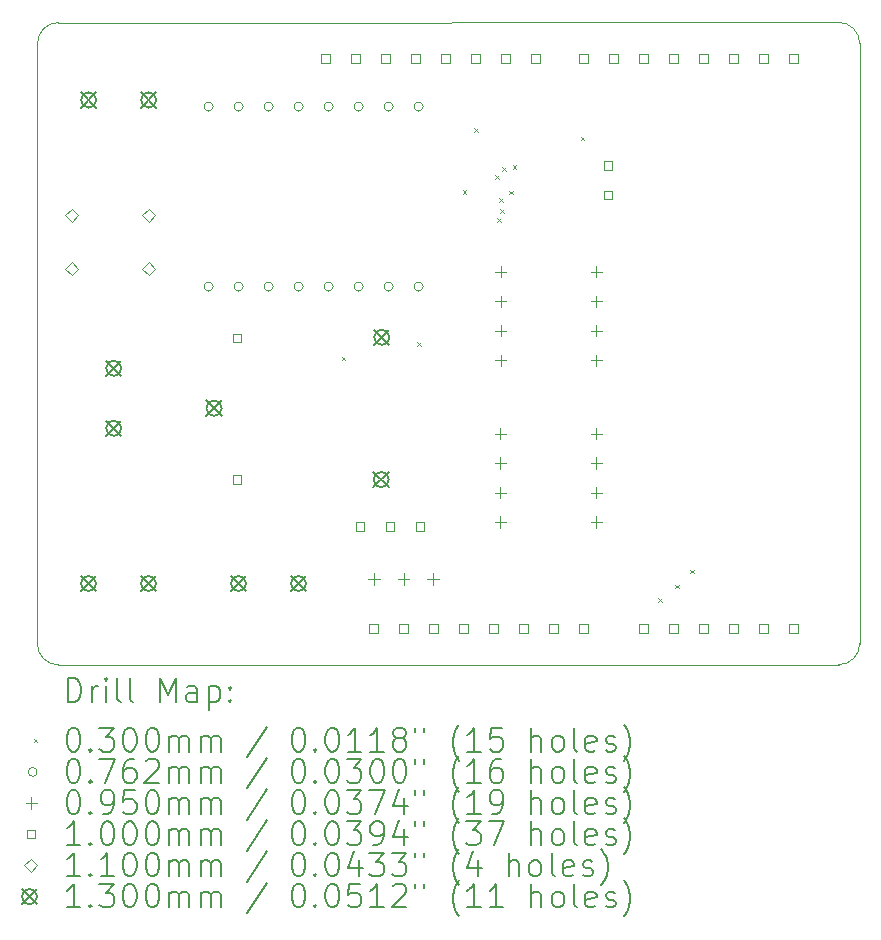
<source format=gbr>
%TF.GenerationSoftware,KiCad,Pcbnew,8.0.3*%
%TF.CreationDate,2024-06-17T22:45:59+08:00*%
%TF.ProjectId,uno_car,756e6f5f-6361-4722-9e6b-696361645f70,v1.0.2*%
%TF.SameCoordinates,Original*%
%TF.FileFunction,Drillmap*%
%TF.FilePolarity,Positive*%
%FSLAX45Y45*%
G04 Gerber Fmt 4.5, Leading zero omitted, Abs format (unit mm)*
G04 Created by KiCad (PCBNEW 8.0.3) date 2024-06-17 22:45:59*
%MOMM*%
%LPD*%
G01*
G04 APERTURE LIST*
%ADD10C,0.050000*%
%ADD11C,0.200000*%
%ADD12C,0.100000*%
%ADD13C,0.110000*%
%ADD14C,0.130000*%
G04 APERTURE END LIST*
D10*
X14349724Y-10213353D02*
X20956276Y-10212076D01*
X21134076Y-10034276D02*
X21134076Y-4951724D01*
X20956276Y-4773924D02*
G75*
G02*
X21134076Y-4951724I4J-177796D01*
G01*
X14349724Y-10213353D02*
G75*
G02*
X14171917Y-10035553I-4J177803D01*
G01*
X14349724Y-4775200D02*
X20956276Y-4773924D01*
X14171924Y-4953000D02*
X14171924Y-10035553D01*
X14171924Y-4953000D02*
G75*
G02*
X14349724Y-4775204I177796J0D01*
G01*
X21134076Y-10034276D02*
G75*
G02*
X20956276Y-10212076I-177796J-4D01*
G01*
D11*
D12*
X16749000Y-7605000D02*
X16779000Y-7635000D01*
X16779000Y-7605000D02*
X16749000Y-7635000D01*
X17387500Y-7480000D02*
X17417500Y-7510000D01*
X17417500Y-7480000D02*
X17387500Y-7510000D01*
X17771700Y-6193570D02*
X17801700Y-6223570D01*
X17801700Y-6193570D02*
X17771700Y-6223570D01*
X17869600Y-5668530D02*
X17899600Y-5698530D01*
X17899600Y-5668530D02*
X17869600Y-5698530D01*
X18048600Y-6067500D02*
X18078600Y-6097500D01*
X18078600Y-6067500D02*
X18048600Y-6097500D01*
X18066400Y-6431760D02*
X18096400Y-6461760D01*
X18096400Y-6431760D02*
X18066400Y-6461760D01*
X18081425Y-6262500D02*
X18111425Y-6292500D01*
X18111425Y-6262500D02*
X18081425Y-6292500D01*
X18089128Y-6355056D02*
X18119128Y-6385056D01*
X18119128Y-6355056D02*
X18089128Y-6385056D01*
X18108319Y-6002500D02*
X18138319Y-6032500D01*
X18138319Y-6002500D02*
X18108319Y-6032500D01*
X18164570Y-6197500D02*
X18194570Y-6227500D01*
X18194570Y-6197500D02*
X18164570Y-6227500D01*
X18195000Y-5981130D02*
X18225000Y-6011130D01*
X18225000Y-5981130D02*
X18195000Y-6011130D01*
X18770500Y-5743090D02*
X18800500Y-5773090D01*
X18800500Y-5743090D02*
X18770500Y-5773090D01*
X19430000Y-9651000D02*
X19460000Y-9681000D01*
X19460000Y-9651000D02*
X19430000Y-9681000D01*
X19570000Y-9537000D02*
X19600000Y-9567000D01*
X19600000Y-9537000D02*
X19570000Y-9567000D01*
X19698000Y-9410000D02*
X19728000Y-9440000D01*
X19728000Y-9410000D02*
X19698000Y-9440000D01*
X15659100Y-5486400D02*
G75*
G02*
X15582900Y-5486400I-38100J0D01*
G01*
X15582900Y-5486400D02*
G75*
G02*
X15659100Y-5486400I38100J0D01*
G01*
X15659100Y-7010400D02*
G75*
G02*
X15582900Y-7010400I-38100J0D01*
G01*
X15582900Y-7010400D02*
G75*
G02*
X15659100Y-7010400I38100J0D01*
G01*
X15913100Y-5486400D02*
G75*
G02*
X15836900Y-5486400I-38100J0D01*
G01*
X15836900Y-5486400D02*
G75*
G02*
X15913100Y-5486400I38100J0D01*
G01*
X15913100Y-7010400D02*
G75*
G02*
X15836900Y-7010400I-38100J0D01*
G01*
X15836900Y-7010400D02*
G75*
G02*
X15913100Y-7010400I38100J0D01*
G01*
X16167100Y-5486400D02*
G75*
G02*
X16090900Y-5486400I-38100J0D01*
G01*
X16090900Y-5486400D02*
G75*
G02*
X16167100Y-5486400I38100J0D01*
G01*
X16167100Y-7010400D02*
G75*
G02*
X16090900Y-7010400I-38100J0D01*
G01*
X16090900Y-7010400D02*
G75*
G02*
X16167100Y-7010400I38100J0D01*
G01*
X16421100Y-5486400D02*
G75*
G02*
X16344900Y-5486400I-38100J0D01*
G01*
X16344900Y-5486400D02*
G75*
G02*
X16421100Y-5486400I38100J0D01*
G01*
X16421100Y-7010400D02*
G75*
G02*
X16344900Y-7010400I-38100J0D01*
G01*
X16344900Y-7010400D02*
G75*
G02*
X16421100Y-7010400I38100J0D01*
G01*
X16675100Y-5486400D02*
G75*
G02*
X16598900Y-5486400I-38100J0D01*
G01*
X16598900Y-5486400D02*
G75*
G02*
X16675100Y-5486400I38100J0D01*
G01*
X16675100Y-7010400D02*
G75*
G02*
X16598900Y-7010400I-38100J0D01*
G01*
X16598900Y-7010400D02*
G75*
G02*
X16675100Y-7010400I38100J0D01*
G01*
X16929100Y-5486400D02*
G75*
G02*
X16852900Y-5486400I-38100J0D01*
G01*
X16852900Y-5486400D02*
G75*
G02*
X16929100Y-5486400I38100J0D01*
G01*
X16929100Y-7010400D02*
G75*
G02*
X16852900Y-7010400I-38100J0D01*
G01*
X16852900Y-7010400D02*
G75*
G02*
X16929100Y-7010400I38100J0D01*
G01*
X17183100Y-5486400D02*
G75*
G02*
X17106900Y-5486400I-38100J0D01*
G01*
X17106900Y-5486400D02*
G75*
G02*
X17183100Y-5486400I38100J0D01*
G01*
X17183100Y-7010400D02*
G75*
G02*
X17106900Y-7010400I-38100J0D01*
G01*
X17106900Y-7010400D02*
G75*
G02*
X17183100Y-7010400I38100J0D01*
G01*
X17437100Y-5486400D02*
G75*
G02*
X17360900Y-5486400I-38100J0D01*
G01*
X17360900Y-5486400D02*
G75*
G02*
X17437100Y-5486400I38100J0D01*
G01*
X17437100Y-7010400D02*
G75*
G02*
X17360900Y-7010400I-38100J0D01*
G01*
X17360900Y-7010400D02*
G75*
G02*
X17437100Y-7010400I38100J0D01*
G01*
X17022000Y-9439400D02*
X17022000Y-9534400D01*
X16974500Y-9486900D02*
X17069500Y-9486900D01*
X17272000Y-9439400D02*
X17272000Y-9534400D01*
X17224500Y-9486900D02*
X17319500Y-9486900D01*
X17522000Y-9439400D02*
X17522000Y-9534400D01*
X17474500Y-9486900D02*
X17569500Y-9486900D01*
X18090000Y-8207500D02*
X18090000Y-8302500D01*
X18042500Y-8255000D02*
X18137500Y-8255000D01*
X18090000Y-8457500D02*
X18090000Y-8552500D01*
X18042500Y-8505000D02*
X18137500Y-8505000D01*
X18090000Y-8707500D02*
X18090000Y-8802500D01*
X18042500Y-8755000D02*
X18137500Y-8755000D01*
X18090000Y-8957500D02*
X18090000Y-9052500D01*
X18042500Y-9005000D02*
X18137500Y-9005000D01*
X18095000Y-6837500D02*
X18095000Y-6932500D01*
X18047500Y-6885000D02*
X18142500Y-6885000D01*
X18095000Y-7087500D02*
X18095000Y-7182500D01*
X18047500Y-7135000D02*
X18142500Y-7135000D01*
X18095000Y-7337500D02*
X18095000Y-7432500D01*
X18047500Y-7385000D02*
X18142500Y-7385000D01*
X18095000Y-7587500D02*
X18095000Y-7682500D01*
X18047500Y-7635000D02*
X18142500Y-7635000D01*
X18905000Y-6837500D02*
X18905000Y-6932500D01*
X18857500Y-6885000D02*
X18952500Y-6885000D01*
X18905000Y-7087500D02*
X18905000Y-7182500D01*
X18857500Y-7135000D02*
X18952500Y-7135000D01*
X18905000Y-7337500D02*
X18905000Y-7432500D01*
X18857500Y-7385000D02*
X18952500Y-7385000D01*
X18905000Y-7587500D02*
X18905000Y-7682500D01*
X18857500Y-7635000D02*
X18952500Y-7635000D01*
X18905000Y-8207500D02*
X18905000Y-8302500D01*
X18857500Y-8255000D02*
X18952500Y-8255000D01*
X18905000Y-8457500D02*
X18905000Y-8552500D01*
X18857500Y-8505000D02*
X18952500Y-8505000D01*
X18905000Y-8707500D02*
X18905000Y-8802500D01*
X18857500Y-8755000D02*
X18952500Y-8755000D01*
X18905000Y-8957500D02*
X18905000Y-9052500D01*
X18857500Y-9005000D02*
X18952500Y-9005000D01*
X15897856Y-7480356D02*
X15897856Y-7409644D01*
X15827144Y-7409644D01*
X15827144Y-7480356D01*
X15897856Y-7480356D01*
X15897856Y-8680356D02*
X15897856Y-8609644D01*
X15827144Y-8609644D01*
X15827144Y-8680356D01*
X15897856Y-8680356D01*
X16647356Y-5115356D02*
X16647356Y-5044644D01*
X16576644Y-5044644D01*
X16576644Y-5115356D01*
X16647356Y-5115356D01*
X16901356Y-5115356D02*
X16901356Y-5044644D01*
X16830644Y-5044644D01*
X16830644Y-5115356D01*
X16901356Y-5115356D01*
X16939056Y-9077756D02*
X16939056Y-9007044D01*
X16868344Y-9007044D01*
X16868344Y-9077756D01*
X16939056Y-9077756D01*
X17053356Y-9941356D02*
X17053356Y-9870644D01*
X16982644Y-9870644D01*
X16982644Y-9941356D01*
X17053356Y-9941356D01*
X17155356Y-5115356D02*
X17155356Y-5044644D01*
X17084644Y-5044644D01*
X17084644Y-5115356D01*
X17155356Y-5115356D01*
X17193056Y-9077756D02*
X17193056Y-9007044D01*
X17122344Y-9007044D01*
X17122344Y-9077756D01*
X17193056Y-9077756D01*
X17307356Y-9941356D02*
X17307356Y-9870644D01*
X17236644Y-9870644D01*
X17236644Y-9941356D01*
X17307356Y-9941356D01*
X17409356Y-5115356D02*
X17409356Y-5044644D01*
X17338644Y-5044644D01*
X17338644Y-5115356D01*
X17409356Y-5115356D01*
X17447056Y-9077756D02*
X17447056Y-9007044D01*
X17376344Y-9007044D01*
X17376344Y-9077756D01*
X17447056Y-9077756D01*
X17561356Y-9941356D02*
X17561356Y-9870644D01*
X17490644Y-9870644D01*
X17490644Y-9941356D01*
X17561356Y-9941356D01*
X17663356Y-5115356D02*
X17663356Y-5044644D01*
X17592644Y-5044644D01*
X17592644Y-5115356D01*
X17663356Y-5115356D01*
X17815356Y-9941356D02*
X17815356Y-9870644D01*
X17744644Y-9870644D01*
X17744644Y-9941356D01*
X17815356Y-9941356D01*
X17917356Y-5115356D02*
X17917356Y-5044644D01*
X17846644Y-5044644D01*
X17846644Y-5115356D01*
X17917356Y-5115356D01*
X18069356Y-9941356D02*
X18069356Y-9870644D01*
X17998644Y-9870644D01*
X17998644Y-9941356D01*
X18069356Y-9941356D01*
X18171356Y-5115356D02*
X18171356Y-5044644D01*
X18100644Y-5044644D01*
X18100644Y-5115356D01*
X18171356Y-5115356D01*
X18323356Y-9941356D02*
X18323356Y-9870644D01*
X18252644Y-9870644D01*
X18252644Y-9941356D01*
X18323356Y-9941356D01*
X18425356Y-5115356D02*
X18425356Y-5044644D01*
X18354644Y-5044644D01*
X18354644Y-5115356D01*
X18425356Y-5115356D01*
X18577356Y-9941356D02*
X18577356Y-9870644D01*
X18506644Y-9870644D01*
X18506644Y-9941356D01*
X18577356Y-9941356D01*
X18831356Y-5115356D02*
X18831356Y-5044644D01*
X18760644Y-5044644D01*
X18760644Y-5115356D01*
X18831356Y-5115356D01*
X18831356Y-9941356D02*
X18831356Y-9870644D01*
X18760644Y-9870644D01*
X18760644Y-9941356D01*
X18831356Y-9941356D01*
X19040356Y-6020356D02*
X19040356Y-5949644D01*
X18969644Y-5949644D01*
X18969644Y-6020356D01*
X19040356Y-6020356D01*
X19040356Y-6270356D02*
X19040356Y-6199644D01*
X18969644Y-6199644D01*
X18969644Y-6270356D01*
X19040356Y-6270356D01*
X19085356Y-5115356D02*
X19085356Y-5044644D01*
X19014644Y-5044644D01*
X19014644Y-5115356D01*
X19085356Y-5115356D01*
X19339356Y-5115356D02*
X19339356Y-5044644D01*
X19268644Y-5044644D01*
X19268644Y-5115356D01*
X19339356Y-5115356D01*
X19339356Y-9941356D02*
X19339356Y-9870644D01*
X19268644Y-9870644D01*
X19268644Y-9941356D01*
X19339356Y-9941356D01*
X19593356Y-5115356D02*
X19593356Y-5044644D01*
X19522644Y-5044644D01*
X19522644Y-5115356D01*
X19593356Y-5115356D01*
X19593356Y-9941356D02*
X19593356Y-9870644D01*
X19522644Y-9870644D01*
X19522644Y-9941356D01*
X19593356Y-9941356D01*
X19847356Y-5115356D02*
X19847356Y-5044644D01*
X19776644Y-5044644D01*
X19776644Y-5115356D01*
X19847356Y-5115356D01*
X19847356Y-9941356D02*
X19847356Y-9870644D01*
X19776644Y-9870644D01*
X19776644Y-9941356D01*
X19847356Y-9941356D01*
X20101356Y-5115356D02*
X20101356Y-5044644D01*
X20030644Y-5044644D01*
X20030644Y-5115356D01*
X20101356Y-5115356D01*
X20101356Y-9941356D02*
X20101356Y-9870644D01*
X20030644Y-9870644D01*
X20030644Y-9941356D01*
X20101356Y-9941356D01*
X20355356Y-5115356D02*
X20355356Y-5044644D01*
X20284644Y-5044644D01*
X20284644Y-5115356D01*
X20355356Y-5115356D01*
X20355356Y-9941356D02*
X20355356Y-9870644D01*
X20284644Y-9870644D01*
X20284644Y-9941356D01*
X20355356Y-9941356D01*
X20609356Y-5115356D02*
X20609356Y-5044644D01*
X20538644Y-5044644D01*
X20538644Y-5115356D01*
X20609356Y-5115356D01*
X20609356Y-9941356D02*
X20609356Y-9870644D01*
X20538644Y-9870644D01*
X20538644Y-9941356D01*
X20609356Y-9941356D01*
D13*
X14463000Y-6463000D02*
X14518000Y-6408000D01*
X14463000Y-6353000D01*
X14408000Y-6408000D01*
X14463000Y-6463000D01*
X14463000Y-6913000D02*
X14518000Y-6858000D01*
X14463000Y-6803000D01*
X14408000Y-6858000D01*
X14463000Y-6913000D01*
X15113000Y-6463000D02*
X15168000Y-6408000D01*
X15113000Y-6353000D01*
X15058000Y-6408000D01*
X15113000Y-6463000D01*
X15113000Y-6913000D02*
X15168000Y-6858000D01*
X15113000Y-6803000D01*
X15058000Y-6858000D01*
X15113000Y-6913000D01*
D14*
X14539500Y-9460000D02*
X14669500Y-9590000D01*
X14669500Y-9460000D02*
X14539500Y-9590000D01*
X14669500Y-9525000D02*
G75*
G02*
X14539500Y-9525000I-65000J0D01*
G01*
X14539500Y-9525000D02*
G75*
G02*
X14669500Y-9525000I65000J0D01*
G01*
X14540500Y-5365500D02*
X14670500Y-5495500D01*
X14670500Y-5365500D02*
X14540500Y-5495500D01*
X14670500Y-5430500D02*
G75*
G02*
X14540500Y-5430500I-65000J0D01*
G01*
X14540500Y-5430500D02*
G75*
G02*
X14670500Y-5430500I65000J0D01*
G01*
X14753300Y-7637200D02*
X14883300Y-7767200D01*
X14883300Y-7637200D02*
X14753300Y-7767200D01*
X14883300Y-7702200D02*
G75*
G02*
X14753300Y-7702200I-65000J0D01*
G01*
X14753300Y-7702200D02*
G75*
G02*
X14883300Y-7702200I65000J0D01*
G01*
X14753300Y-8145200D02*
X14883300Y-8275200D01*
X14883300Y-8145200D02*
X14753300Y-8275200D01*
X14883300Y-8210200D02*
G75*
G02*
X14753300Y-8210200I-65000J0D01*
G01*
X14753300Y-8210200D02*
G75*
G02*
X14883300Y-8210200I65000J0D01*
G01*
X15047500Y-9460000D02*
X15177500Y-9590000D01*
X15177500Y-9460000D02*
X15047500Y-9590000D01*
X15177500Y-9525000D02*
G75*
G02*
X15047500Y-9525000I-65000J0D01*
G01*
X15047500Y-9525000D02*
G75*
G02*
X15177500Y-9525000I65000J0D01*
G01*
X15048500Y-5365500D02*
X15178500Y-5495500D01*
X15178500Y-5365500D02*
X15048500Y-5495500D01*
X15178500Y-5430500D02*
G75*
G02*
X15048500Y-5430500I-65000J0D01*
G01*
X15048500Y-5430500D02*
G75*
G02*
X15178500Y-5430500I65000J0D01*
G01*
X15602500Y-7975000D02*
X15732500Y-8105000D01*
X15732500Y-7975000D02*
X15602500Y-8105000D01*
X15732500Y-8040000D02*
G75*
G02*
X15602500Y-8040000I-65000J0D01*
G01*
X15602500Y-8040000D02*
G75*
G02*
X15732500Y-8040000I65000J0D01*
G01*
X15809500Y-9460000D02*
X15939500Y-9590000D01*
X15939500Y-9460000D02*
X15809500Y-9590000D01*
X15939500Y-9525000D02*
G75*
G02*
X15809500Y-9525000I-65000J0D01*
G01*
X15809500Y-9525000D02*
G75*
G02*
X15939500Y-9525000I65000J0D01*
G01*
X16317500Y-9460000D02*
X16447500Y-9590000D01*
X16447500Y-9460000D02*
X16317500Y-9590000D01*
X16447500Y-9525000D02*
G75*
G02*
X16317500Y-9525000I-65000J0D01*
G01*
X16317500Y-9525000D02*
G75*
G02*
X16447500Y-9525000I65000J0D01*
G01*
X17017500Y-8580000D02*
X17147500Y-8710000D01*
X17147500Y-8580000D02*
X17017500Y-8710000D01*
X17147500Y-8645000D02*
G75*
G02*
X17017500Y-8645000I-65000J0D01*
G01*
X17017500Y-8645000D02*
G75*
G02*
X17147500Y-8645000I65000J0D01*
G01*
X17022500Y-7375000D02*
X17152500Y-7505000D01*
X17152500Y-7375000D02*
X17022500Y-7505000D01*
X17152500Y-7440000D02*
G75*
G02*
X17022500Y-7440000I-65000J0D01*
G01*
X17022500Y-7440000D02*
G75*
G02*
X17152500Y-7440000I65000J0D01*
G01*
D11*
X14430200Y-10527337D02*
X14430200Y-10327337D01*
X14430200Y-10327337D02*
X14477819Y-10327337D01*
X14477819Y-10327337D02*
X14506391Y-10336860D01*
X14506391Y-10336860D02*
X14525438Y-10355908D01*
X14525438Y-10355908D02*
X14534962Y-10374956D01*
X14534962Y-10374956D02*
X14544486Y-10413051D01*
X14544486Y-10413051D02*
X14544486Y-10441622D01*
X14544486Y-10441622D02*
X14534962Y-10479718D01*
X14534962Y-10479718D02*
X14525438Y-10498765D01*
X14525438Y-10498765D02*
X14506391Y-10517813D01*
X14506391Y-10517813D02*
X14477819Y-10527337D01*
X14477819Y-10527337D02*
X14430200Y-10527337D01*
X14630200Y-10527337D02*
X14630200Y-10394003D01*
X14630200Y-10432099D02*
X14639724Y-10413051D01*
X14639724Y-10413051D02*
X14649248Y-10403527D01*
X14649248Y-10403527D02*
X14668296Y-10394003D01*
X14668296Y-10394003D02*
X14687343Y-10394003D01*
X14754010Y-10527337D02*
X14754010Y-10394003D01*
X14754010Y-10327337D02*
X14744486Y-10336860D01*
X14744486Y-10336860D02*
X14754010Y-10346384D01*
X14754010Y-10346384D02*
X14763534Y-10336860D01*
X14763534Y-10336860D02*
X14754010Y-10327337D01*
X14754010Y-10327337D02*
X14754010Y-10346384D01*
X14877819Y-10527337D02*
X14858772Y-10517813D01*
X14858772Y-10517813D02*
X14849248Y-10498765D01*
X14849248Y-10498765D02*
X14849248Y-10327337D01*
X14982581Y-10527337D02*
X14963534Y-10517813D01*
X14963534Y-10517813D02*
X14954010Y-10498765D01*
X14954010Y-10498765D02*
X14954010Y-10327337D01*
X15211153Y-10527337D02*
X15211153Y-10327337D01*
X15211153Y-10327337D02*
X15277819Y-10470194D01*
X15277819Y-10470194D02*
X15344486Y-10327337D01*
X15344486Y-10327337D02*
X15344486Y-10527337D01*
X15525438Y-10527337D02*
X15525438Y-10422575D01*
X15525438Y-10422575D02*
X15515915Y-10403527D01*
X15515915Y-10403527D02*
X15496867Y-10394003D01*
X15496867Y-10394003D02*
X15458772Y-10394003D01*
X15458772Y-10394003D02*
X15439724Y-10403527D01*
X15525438Y-10517813D02*
X15506391Y-10527337D01*
X15506391Y-10527337D02*
X15458772Y-10527337D01*
X15458772Y-10527337D02*
X15439724Y-10517813D01*
X15439724Y-10517813D02*
X15430200Y-10498765D01*
X15430200Y-10498765D02*
X15430200Y-10479718D01*
X15430200Y-10479718D02*
X15439724Y-10460670D01*
X15439724Y-10460670D02*
X15458772Y-10451146D01*
X15458772Y-10451146D02*
X15506391Y-10451146D01*
X15506391Y-10451146D02*
X15525438Y-10441622D01*
X15620677Y-10394003D02*
X15620677Y-10594003D01*
X15620677Y-10403527D02*
X15639724Y-10394003D01*
X15639724Y-10394003D02*
X15677819Y-10394003D01*
X15677819Y-10394003D02*
X15696867Y-10403527D01*
X15696867Y-10403527D02*
X15706391Y-10413051D01*
X15706391Y-10413051D02*
X15715915Y-10432099D01*
X15715915Y-10432099D02*
X15715915Y-10489241D01*
X15715915Y-10489241D02*
X15706391Y-10508289D01*
X15706391Y-10508289D02*
X15696867Y-10517813D01*
X15696867Y-10517813D02*
X15677819Y-10527337D01*
X15677819Y-10527337D02*
X15639724Y-10527337D01*
X15639724Y-10527337D02*
X15620677Y-10517813D01*
X15801629Y-10508289D02*
X15811153Y-10517813D01*
X15811153Y-10517813D02*
X15801629Y-10527337D01*
X15801629Y-10527337D02*
X15792105Y-10517813D01*
X15792105Y-10517813D02*
X15801629Y-10508289D01*
X15801629Y-10508289D02*
X15801629Y-10527337D01*
X15801629Y-10403527D02*
X15811153Y-10413051D01*
X15811153Y-10413051D02*
X15801629Y-10422575D01*
X15801629Y-10422575D02*
X15792105Y-10413051D01*
X15792105Y-10413051D02*
X15801629Y-10403527D01*
X15801629Y-10403527D02*
X15801629Y-10422575D01*
D12*
X14139424Y-10840853D02*
X14169424Y-10870853D01*
X14169424Y-10840853D02*
X14139424Y-10870853D01*
D11*
X14468296Y-10747337D02*
X14487343Y-10747337D01*
X14487343Y-10747337D02*
X14506391Y-10756860D01*
X14506391Y-10756860D02*
X14515915Y-10766384D01*
X14515915Y-10766384D02*
X14525438Y-10785432D01*
X14525438Y-10785432D02*
X14534962Y-10823527D01*
X14534962Y-10823527D02*
X14534962Y-10871146D01*
X14534962Y-10871146D02*
X14525438Y-10909241D01*
X14525438Y-10909241D02*
X14515915Y-10928289D01*
X14515915Y-10928289D02*
X14506391Y-10937813D01*
X14506391Y-10937813D02*
X14487343Y-10947337D01*
X14487343Y-10947337D02*
X14468296Y-10947337D01*
X14468296Y-10947337D02*
X14449248Y-10937813D01*
X14449248Y-10937813D02*
X14439724Y-10928289D01*
X14439724Y-10928289D02*
X14430200Y-10909241D01*
X14430200Y-10909241D02*
X14420677Y-10871146D01*
X14420677Y-10871146D02*
X14420677Y-10823527D01*
X14420677Y-10823527D02*
X14430200Y-10785432D01*
X14430200Y-10785432D02*
X14439724Y-10766384D01*
X14439724Y-10766384D02*
X14449248Y-10756860D01*
X14449248Y-10756860D02*
X14468296Y-10747337D01*
X14620677Y-10928289D02*
X14630200Y-10937813D01*
X14630200Y-10937813D02*
X14620677Y-10947337D01*
X14620677Y-10947337D02*
X14611153Y-10937813D01*
X14611153Y-10937813D02*
X14620677Y-10928289D01*
X14620677Y-10928289D02*
X14620677Y-10947337D01*
X14696867Y-10747337D02*
X14820677Y-10747337D01*
X14820677Y-10747337D02*
X14754010Y-10823527D01*
X14754010Y-10823527D02*
X14782581Y-10823527D01*
X14782581Y-10823527D02*
X14801629Y-10833051D01*
X14801629Y-10833051D02*
X14811153Y-10842575D01*
X14811153Y-10842575D02*
X14820677Y-10861622D01*
X14820677Y-10861622D02*
X14820677Y-10909241D01*
X14820677Y-10909241D02*
X14811153Y-10928289D01*
X14811153Y-10928289D02*
X14801629Y-10937813D01*
X14801629Y-10937813D02*
X14782581Y-10947337D01*
X14782581Y-10947337D02*
X14725438Y-10947337D01*
X14725438Y-10947337D02*
X14706391Y-10937813D01*
X14706391Y-10937813D02*
X14696867Y-10928289D01*
X14944486Y-10747337D02*
X14963534Y-10747337D01*
X14963534Y-10747337D02*
X14982581Y-10756860D01*
X14982581Y-10756860D02*
X14992105Y-10766384D01*
X14992105Y-10766384D02*
X15001629Y-10785432D01*
X15001629Y-10785432D02*
X15011153Y-10823527D01*
X15011153Y-10823527D02*
X15011153Y-10871146D01*
X15011153Y-10871146D02*
X15001629Y-10909241D01*
X15001629Y-10909241D02*
X14992105Y-10928289D01*
X14992105Y-10928289D02*
X14982581Y-10937813D01*
X14982581Y-10937813D02*
X14963534Y-10947337D01*
X14963534Y-10947337D02*
X14944486Y-10947337D01*
X14944486Y-10947337D02*
X14925438Y-10937813D01*
X14925438Y-10937813D02*
X14915915Y-10928289D01*
X14915915Y-10928289D02*
X14906391Y-10909241D01*
X14906391Y-10909241D02*
X14896867Y-10871146D01*
X14896867Y-10871146D02*
X14896867Y-10823527D01*
X14896867Y-10823527D02*
X14906391Y-10785432D01*
X14906391Y-10785432D02*
X14915915Y-10766384D01*
X14915915Y-10766384D02*
X14925438Y-10756860D01*
X14925438Y-10756860D02*
X14944486Y-10747337D01*
X15134962Y-10747337D02*
X15154010Y-10747337D01*
X15154010Y-10747337D02*
X15173058Y-10756860D01*
X15173058Y-10756860D02*
X15182581Y-10766384D01*
X15182581Y-10766384D02*
X15192105Y-10785432D01*
X15192105Y-10785432D02*
X15201629Y-10823527D01*
X15201629Y-10823527D02*
X15201629Y-10871146D01*
X15201629Y-10871146D02*
X15192105Y-10909241D01*
X15192105Y-10909241D02*
X15182581Y-10928289D01*
X15182581Y-10928289D02*
X15173058Y-10937813D01*
X15173058Y-10937813D02*
X15154010Y-10947337D01*
X15154010Y-10947337D02*
X15134962Y-10947337D01*
X15134962Y-10947337D02*
X15115915Y-10937813D01*
X15115915Y-10937813D02*
X15106391Y-10928289D01*
X15106391Y-10928289D02*
X15096867Y-10909241D01*
X15096867Y-10909241D02*
X15087343Y-10871146D01*
X15087343Y-10871146D02*
X15087343Y-10823527D01*
X15087343Y-10823527D02*
X15096867Y-10785432D01*
X15096867Y-10785432D02*
X15106391Y-10766384D01*
X15106391Y-10766384D02*
X15115915Y-10756860D01*
X15115915Y-10756860D02*
X15134962Y-10747337D01*
X15287343Y-10947337D02*
X15287343Y-10814003D01*
X15287343Y-10833051D02*
X15296867Y-10823527D01*
X15296867Y-10823527D02*
X15315915Y-10814003D01*
X15315915Y-10814003D02*
X15344486Y-10814003D01*
X15344486Y-10814003D02*
X15363534Y-10823527D01*
X15363534Y-10823527D02*
X15373058Y-10842575D01*
X15373058Y-10842575D02*
X15373058Y-10947337D01*
X15373058Y-10842575D02*
X15382581Y-10823527D01*
X15382581Y-10823527D02*
X15401629Y-10814003D01*
X15401629Y-10814003D02*
X15430200Y-10814003D01*
X15430200Y-10814003D02*
X15449248Y-10823527D01*
X15449248Y-10823527D02*
X15458772Y-10842575D01*
X15458772Y-10842575D02*
X15458772Y-10947337D01*
X15554010Y-10947337D02*
X15554010Y-10814003D01*
X15554010Y-10833051D02*
X15563534Y-10823527D01*
X15563534Y-10823527D02*
X15582581Y-10814003D01*
X15582581Y-10814003D02*
X15611153Y-10814003D01*
X15611153Y-10814003D02*
X15630200Y-10823527D01*
X15630200Y-10823527D02*
X15639724Y-10842575D01*
X15639724Y-10842575D02*
X15639724Y-10947337D01*
X15639724Y-10842575D02*
X15649248Y-10823527D01*
X15649248Y-10823527D02*
X15668296Y-10814003D01*
X15668296Y-10814003D02*
X15696867Y-10814003D01*
X15696867Y-10814003D02*
X15715915Y-10823527D01*
X15715915Y-10823527D02*
X15725439Y-10842575D01*
X15725439Y-10842575D02*
X15725439Y-10947337D01*
X16115915Y-10737813D02*
X15944486Y-10994956D01*
X16373058Y-10747337D02*
X16392105Y-10747337D01*
X16392105Y-10747337D02*
X16411153Y-10756860D01*
X16411153Y-10756860D02*
X16420677Y-10766384D01*
X16420677Y-10766384D02*
X16430201Y-10785432D01*
X16430201Y-10785432D02*
X16439724Y-10823527D01*
X16439724Y-10823527D02*
X16439724Y-10871146D01*
X16439724Y-10871146D02*
X16430201Y-10909241D01*
X16430201Y-10909241D02*
X16420677Y-10928289D01*
X16420677Y-10928289D02*
X16411153Y-10937813D01*
X16411153Y-10937813D02*
X16392105Y-10947337D01*
X16392105Y-10947337D02*
X16373058Y-10947337D01*
X16373058Y-10947337D02*
X16354010Y-10937813D01*
X16354010Y-10937813D02*
X16344486Y-10928289D01*
X16344486Y-10928289D02*
X16334962Y-10909241D01*
X16334962Y-10909241D02*
X16325439Y-10871146D01*
X16325439Y-10871146D02*
X16325439Y-10823527D01*
X16325439Y-10823527D02*
X16334962Y-10785432D01*
X16334962Y-10785432D02*
X16344486Y-10766384D01*
X16344486Y-10766384D02*
X16354010Y-10756860D01*
X16354010Y-10756860D02*
X16373058Y-10747337D01*
X16525439Y-10928289D02*
X16534962Y-10937813D01*
X16534962Y-10937813D02*
X16525439Y-10947337D01*
X16525439Y-10947337D02*
X16515915Y-10937813D01*
X16515915Y-10937813D02*
X16525439Y-10928289D01*
X16525439Y-10928289D02*
X16525439Y-10947337D01*
X16658772Y-10747337D02*
X16677820Y-10747337D01*
X16677820Y-10747337D02*
X16696867Y-10756860D01*
X16696867Y-10756860D02*
X16706391Y-10766384D01*
X16706391Y-10766384D02*
X16715915Y-10785432D01*
X16715915Y-10785432D02*
X16725439Y-10823527D01*
X16725439Y-10823527D02*
X16725439Y-10871146D01*
X16725439Y-10871146D02*
X16715915Y-10909241D01*
X16715915Y-10909241D02*
X16706391Y-10928289D01*
X16706391Y-10928289D02*
X16696867Y-10937813D01*
X16696867Y-10937813D02*
X16677820Y-10947337D01*
X16677820Y-10947337D02*
X16658772Y-10947337D01*
X16658772Y-10947337D02*
X16639724Y-10937813D01*
X16639724Y-10937813D02*
X16630201Y-10928289D01*
X16630201Y-10928289D02*
X16620677Y-10909241D01*
X16620677Y-10909241D02*
X16611153Y-10871146D01*
X16611153Y-10871146D02*
X16611153Y-10823527D01*
X16611153Y-10823527D02*
X16620677Y-10785432D01*
X16620677Y-10785432D02*
X16630201Y-10766384D01*
X16630201Y-10766384D02*
X16639724Y-10756860D01*
X16639724Y-10756860D02*
X16658772Y-10747337D01*
X16915915Y-10947337D02*
X16801629Y-10947337D01*
X16858772Y-10947337D02*
X16858772Y-10747337D01*
X16858772Y-10747337D02*
X16839724Y-10775908D01*
X16839724Y-10775908D02*
X16820677Y-10794956D01*
X16820677Y-10794956D02*
X16801629Y-10804479D01*
X17106391Y-10947337D02*
X16992105Y-10947337D01*
X17049248Y-10947337D02*
X17049248Y-10747337D01*
X17049248Y-10747337D02*
X17030201Y-10775908D01*
X17030201Y-10775908D02*
X17011153Y-10794956D01*
X17011153Y-10794956D02*
X16992105Y-10804479D01*
X17220677Y-10833051D02*
X17201629Y-10823527D01*
X17201629Y-10823527D02*
X17192105Y-10814003D01*
X17192105Y-10814003D02*
X17182582Y-10794956D01*
X17182582Y-10794956D02*
X17182582Y-10785432D01*
X17182582Y-10785432D02*
X17192105Y-10766384D01*
X17192105Y-10766384D02*
X17201629Y-10756860D01*
X17201629Y-10756860D02*
X17220677Y-10747337D01*
X17220677Y-10747337D02*
X17258772Y-10747337D01*
X17258772Y-10747337D02*
X17277820Y-10756860D01*
X17277820Y-10756860D02*
X17287344Y-10766384D01*
X17287344Y-10766384D02*
X17296867Y-10785432D01*
X17296867Y-10785432D02*
X17296867Y-10794956D01*
X17296867Y-10794956D02*
X17287344Y-10814003D01*
X17287344Y-10814003D02*
X17277820Y-10823527D01*
X17277820Y-10823527D02*
X17258772Y-10833051D01*
X17258772Y-10833051D02*
X17220677Y-10833051D01*
X17220677Y-10833051D02*
X17201629Y-10842575D01*
X17201629Y-10842575D02*
X17192105Y-10852099D01*
X17192105Y-10852099D02*
X17182582Y-10871146D01*
X17182582Y-10871146D02*
X17182582Y-10909241D01*
X17182582Y-10909241D02*
X17192105Y-10928289D01*
X17192105Y-10928289D02*
X17201629Y-10937813D01*
X17201629Y-10937813D02*
X17220677Y-10947337D01*
X17220677Y-10947337D02*
X17258772Y-10947337D01*
X17258772Y-10947337D02*
X17277820Y-10937813D01*
X17277820Y-10937813D02*
X17287344Y-10928289D01*
X17287344Y-10928289D02*
X17296867Y-10909241D01*
X17296867Y-10909241D02*
X17296867Y-10871146D01*
X17296867Y-10871146D02*
X17287344Y-10852099D01*
X17287344Y-10852099D02*
X17277820Y-10842575D01*
X17277820Y-10842575D02*
X17258772Y-10833051D01*
X17373058Y-10747337D02*
X17373058Y-10785432D01*
X17449248Y-10747337D02*
X17449248Y-10785432D01*
X17744487Y-11023527D02*
X17734963Y-11014003D01*
X17734963Y-11014003D02*
X17715915Y-10985432D01*
X17715915Y-10985432D02*
X17706391Y-10966384D01*
X17706391Y-10966384D02*
X17696867Y-10937813D01*
X17696867Y-10937813D02*
X17687344Y-10890194D01*
X17687344Y-10890194D02*
X17687344Y-10852099D01*
X17687344Y-10852099D02*
X17696867Y-10804479D01*
X17696867Y-10804479D02*
X17706391Y-10775908D01*
X17706391Y-10775908D02*
X17715915Y-10756860D01*
X17715915Y-10756860D02*
X17734963Y-10728289D01*
X17734963Y-10728289D02*
X17744487Y-10718765D01*
X17925439Y-10947337D02*
X17811153Y-10947337D01*
X17868296Y-10947337D02*
X17868296Y-10747337D01*
X17868296Y-10747337D02*
X17849248Y-10775908D01*
X17849248Y-10775908D02*
X17830201Y-10794956D01*
X17830201Y-10794956D02*
X17811153Y-10804479D01*
X18106391Y-10747337D02*
X18011153Y-10747337D01*
X18011153Y-10747337D02*
X18001629Y-10842575D01*
X18001629Y-10842575D02*
X18011153Y-10833051D01*
X18011153Y-10833051D02*
X18030201Y-10823527D01*
X18030201Y-10823527D02*
X18077820Y-10823527D01*
X18077820Y-10823527D02*
X18096867Y-10833051D01*
X18096867Y-10833051D02*
X18106391Y-10842575D01*
X18106391Y-10842575D02*
X18115915Y-10861622D01*
X18115915Y-10861622D02*
X18115915Y-10909241D01*
X18115915Y-10909241D02*
X18106391Y-10928289D01*
X18106391Y-10928289D02*
X18096867Y-10937813D01*
X18096867Y-10937813D02*
X18077820Y-10947337D01*
X18077820Y-10947337D02*
X18030201Y-10947337D01*
X18030201Y-10947337D02*
X18011153Y-10937813D01*
X18011153Y-10937813D02*
X18001629Y-10928289D01*
X18354010Y-10947337D02*
X18354010Y-10747337D01*
X18439725Y-10947337D02*
X18439725Y-10842575D01*
X18439725Y-10842575D02*
X18430201Y-10823527D01*
X18430201Y-10823527D02*
X18411153Y-10814003D01*
X18411153Y-10814003D02*
X18382582Y-10814003D01*
X18382582Y-10814003D02*
X18363534Y-10823527D01*
X18363534Y-10823527D02*
X18354010Y-10833051D01*
X18563534Y-10947337D02*
X18544487Y-10937813D01*
X18544487Y-10937813D02*
X18534963Y-10928289D01*
X18534963Y-10928289D02*
X18525439Y-10909241D01*
X18525439Y-10909241D02*
X18525439Y-10852099D01*
X18525439Y-10852099D02*
X18534963Y-10833051D01*
X18534963Y-10833051D02*
X18544487Y-10823527D01*
X18544487Y-10823527D02*
X18563534Y-10814003D01*
X18563534Y-10814003D02*
X18592106Y-10814003D01*
X18592106Y-10814003D02*
X18611153Y-10823527D01*
X18611153Y-10823527D02*
X18620677Y-10833051D01*
X18620677Y-10833051D02*
X18630201Y-10852099D01*
X18630201Y-10852099D02*
X18630201Y-10909241D01*
X18630201Y-10909241D02*
X18620677Y-10928289D01*
X18620677Y-10928289D02*
X18611153Y-10937813D01*
X18611153Y-10937813D02*
X18592106Y-10947337D01*
X18592106Y-10947337D02*
X18563534Y-10947337D01*
X18744487Y-10947337D02*
X18725439Y-10937813D01*
X18725439Y-10937813D02*
X18715915Y-10918765D01*
X18715915Y-10918765D02*
X18715915Y-10747337D01*
X18896868Y-10937813D02*
X18877820Y-10947337D01*
X18877820Y-10947337D02*
X18839725Y-10947337D01*
X18839725Y-10947337D02*
X18820677Y-10937813D01*
X18820677Y-10937813D02*
X18811153Y-10918765D01*
X18811153Y-10918765D02*
X18811153Y-10842575D01*
X18811153Y-10842575D02*
X18820677Y-10823527D01*
X18820677Y-10823527D02*
X18839725Y-10814003D01*
X18839725Y-10814003D02*
X18877820Y-10814003D01*
X18877820Y-10814003D02*
X18896868Y-10823527D01*
X18896868Y-10823527D02*
X18906391Y-10842575D01*
X18906391Y-10842575D02*
X18906391Y-10861622D01*
X18906391Y-10861622D02*
X18811153Y-10880670D01*
X18982582Y-10937813D02*
X19001629Y-10947337D01*
X19001629Y-10947337D02*
X19039725Y-10947337D01*
X19039725Y-10947337D02*
X19058772Y-10937813D01*
X19058772Y-10937813D02*
X19068296Y-10918765D01*
X19068296Y-10918765D02*
X19068296Y-10909241D01*
X19068296Y-10909241D02*
X19058772Y-10890194D01*
X19058772Y-10890194D02*
X19039725Y-10880670D01*
X19039725Y-10880670D02*
X19011153Y-10880670D01*
X19011153Y-10880670D02*
X18992106Y-10871146D01*
X18992106Y-10871146D02*
X18982582Y-10852099D01*
X18982582Y-10852099D02*
X18982582Y-10842575D01*
X18982582Y-10842575D02*
X18992106Y-10823527D01*
X18992106Y-10823527D02*
X19011153Y-10814003D01*
X19011153Y-10814003D02*
X19039725Y-10814003D01*
X19039725Y-10814003D02*
X19058772Y-10823527D01*
X19134963Y-11023527D02*
X19144487Y-11014003D01*
X19144487Y-11014003D02*
X19163534Y-10985432D01*
X19163534Y-10985432D02*
X19173058Y-10966384D01*
X19173058Y-10966384D02*
X19182582Y-10937813D01*
X19182582Y-10937813D02*
X19192106Y-10890194D01*
X19192106Y-10890194D02*
X19192106Y-10852099D01*
X19192106Y-10852099D02*
X19182582Y-10804479D01*
X19182582Y-10804479D02*
X19173058Y-10775908D01*
X19173058Y-10775908D02*
X19163534Y-10756860D01*
X19163534Y-10756860D02*
X19144487Y-10728289D01*
X19144487Y-10728289D02*
X19134963Y-10718765D01*
D12*
X14169424Y-11119853D02*
G75*
G02*
X14093224Y-11119853I-38100J0D01*
G01*
X14093224Y-11119853D02*
G75*
G02*
X14169424Y-11119853I38100J0D01*
G01*
D11*
X14468296Y-11011337D02*
X14487343Y-11011337D01*
X14487343Y-11011337D02*
X14506391Y-11020860D01*
X14506391Y-11020860D02*
X14515915Y-11030384D01*
X14515915Y-11030384D02*
X14525438Y-11049432D01*
X14525438Y-11049432D02*
X14534962Y-11087527D01*
X14534962Y-11087527D02*
X14534962Y-11135146D01*
X14534962Y-11135146D02*
X14525438Y-11173241D01*
X14525438Y-11173241D02*
X14515915Y-11192289D01*
X14515915Y-11192289D02*
X14506391Y-11201813D01*
X14506391Y-11201813D02*
X14487343Y-11211337D01*
X14487343Y-11211337D02*
X14468296Y-11211337D01*
X14468296Y-11211337D02*
X14449248Y-11201813D01*
X14449248Y-11201813D02*
X14439724Y-11192289D01*
X14439724Y-11192289D02*
X14430200Y-11173241D01*
X14430200Y-11173241D02*
X14420677Y-11135146D01*
X14420677Y-11135146D02*
X14420677Y-11087527D01*
X14420677Y-11087527D02*
X14430200Y-11049432D01*
X14430200Y-11049432D02*
X14439724Y-11030384D01*
X14439724Y-11030384D02*
X14449248Y-11020860D01*
X14449248Y-11020860D02*
X14468296Y-11011337D01*
X14620677Y-11192289D02*
X14630200Y-11201813D01*
X14630200Y-11201813D02*
X14620677Y-11211337D01*
X14620677Y-11211337D02*
X14611153Y-11201813D01*
X14611153Y-11201813D02*
X14620677Y-11192289D01*
X14620677Y-11192289D02*
X14620677Y-11211337D01*
X14696867Y-11011337D02*
X14830200Y-11011337D01*
X14830200Y-11011337D02*
X14744486Y-11211337D01*
X14992105Y-11011337D02*
X14954010Y-11011337D01*
X14954010Y-11011337D02*
X14934962Y-11020860D01*
X14934962Y-11020860D02*
X14925438Y-11030384D01*
X14925438Y-11030384D02*
X14906391Y-11058956D01*
X14906391Y-11058956D02*
X14896867Y-11097051D01*
X14896867Y-11097051D02*
X14896867Y-11173241D01*
X14896867Y-11173241D02*
X14906391Y-11192289D01*
X14906391Y-11192289D02*
X14915915Y-11201813D01*
X14915915Y-11201813D02*
X14934962Y-11211337D01*
X14934962Y-11211337D02*
X14973058Y-11211337D01*
X14973058Y-11211337D02*
X14992105Y-11201813D01*
X14992105Y-11201813D02*
X15001629Y-11192289D01*
X15001629Y-11192289D02*
X15011153Y-11173241D01*
X15011153Y-11173241D02*
X15011153Y-11125622D01*
X15011153Y-11125622D02*
X15001629Y-11106575D01*
X15001629Y-11106575D02*
X14992105Y-11097051D01*
X14992105Y-11097051D02*
X14973058Y-11087527D01*
X14973058Y-11087527D02*
X14934962Y-11087527D01*
X14934962Y-11087527D02*
X14915915Y-11097051D01*
X14915915Y-11097051D02*
X14906391Y-11106575D01*
X14906391Y-11106575D02*
X14896867Y-11125622D01*
X15087343Y-11030384D02*
X15096867Y-11020860D01*
X15096867Y-11020860D02*
X15115915Y-11011337D01*
X15115915Y-11011337D02*
X15163534Y-11011337D01*
X15163534Y-11011337D02*
X15182581Y-11020860D01*
X15182581Y-11020860D02*
X15192105Y-11030384D01*
X15192105Y-11030384D02*
X15201629Y-11049432D01*
X15201629Y-11049432D02*
X15201629Y-11068479D01*
X15201629Y-11068479D02*
X15192105Y-11097051D01*
X15192105Y-11097051D02*
X15077819Y-11211337D01*
X15077819Y-11211337D02*
X15201629Y-11211337D01*
X15287343Y-11211337D02*
X15287343Y-11078003D01*
X15287343Y-11097051D02*
X15296867Y-11087527D01*
X15296867Y-11087527D02*
X15315915Y-11078003D01*
X15315915Y-11078003D02*
X15344486Y-11078003D01*
X15344486Y-11078003D02*
X15363534Y-11087527D01*
X15363534Y-11087527D02*
X15373058Y-11106575D01*
X15373058Y-11106575D02*
X15373058Y-11211337D01*
X15373058Y-11106575D02*
X15382581Y-11087527D01*
X15382581Y-11087527D02*
X15401629Y-11078003D01*
X15401629Y-11078003D02*
X15430200Y-11078003D01*
X15430200Y-11078003D02*
X15449248Y-11087527D01*
X15449248Y-11087527D02*
X15458772Y-11106575D01*
X15458772Y-11106575D02*
X15458772Y-11211337D01*
X15554010Y-11211337D02*
X15554010Y-11078003D01*
X15554010Y-11097051D02*
X15563534Y-11087527D01*
X15563534Y-11087527D02*
X15582581Y-11078003D01*
X15582581Y-11078003D02*
X15611153Y-11078003D01*
X15611153Y-11078003D02*
X15630200Y-11087527D01*
X15630200Y-11087527D02*
X15639724Y-11106575D01*
X15639724Y-11106575D02*
X15639724Y-11211337D01*
X15639724Y-11106575D02*
X15649248Y-11087527D01*
X15649248Y-11087527D02*
X15668296Y-11078003D01*
X15668296Y-11078003D02*
X15696867Y-11078003D01*
X15696867Y-11078003D02*
X15715915Y-11087527D01*
X15715915Y-11087527D02*
X15725439Y-11106575D01*
X15725439Y-11106575D02*
X15725439Y-11211337D01*
X16115915Y-11001813D02*
X15944486Y-11258956D01*
X16373058Y-11011337D02*
X16392105Y-11011337D01*
X16392105Y-11011337D02*
X16411153Y-11020860D01*
X16411153Y-11020860D02*
X16420677Y-11030384D01*
X16420677Y-11030384D02*
X16430201Y-11049432D01*
X16430201Y-11049432D02*
X16439724Y-11087527D01*
X16439724Y-11087527D02*
X16439724Y-11135146D01*
X16439724Y-11135146D02*
X16430201Y-11173241D01*
X16430201Y-11173241D02*
X16420677Y-11192289D01*
X16420677Y-11192289D02*
X16411153Y-11201813D01*
X16411153Y-11201813D02*
X16392105Y-11211337D01*
X16392105Y-11211337D02*
X16373058Y-11211337D01*
X16373058Y-11211337D02*
X16354010Y-11201813D01*
X16354010Y-11201813D02*
X16344486Y-11192289D01*
X16344486Y-11192289D02*
X16334962Y-11173241D01*
X16334962Y-11173241D02*
X16325439Y-11135146D01*
X16325439Y-11135146D02*
X16325439Y-11087527D01*
X16325439Y-11087527D02*
X16334962Y-11049432D01*
X16334962Y-11049432D02*
X16344486Y-11030384D01*
X16344486Y-11030384D02*
X16354010Y-11020860D01*
X16354010Y-11020860D02*
X16373058Y-11011337D01*
X16525439Y-11192289D02*
X16534962Y-11201813D01*
X16534962Y-11201813D02*
X16525439Y-11211337D01*
X16525439Y-11211337D02*
X16515915Y-11201813D01*
X16515915Y-11201813D02*
X16525439Y-11192289D01*
X16525439Y-11192289D02*
X16525439Y-11211337D01*
X16658772Y-11011337D02*
X16677820Y-11011337D01*
X16677820Y-11011337D02*
X16696867Y-11020860D01*
X16696867Y-11020860D02*
X16706391Y-11030384D01*
X16706391Y-11030384D02*
X16715915Y-11049432D01*
X16715915Y-11049432D02*
X16725439Y-11087527D01*
X16725439Y-11087527D02*
X16725439Y-11135146D01*
X16725439Y-11135146D02*
X16715915Y-11173241D01*
X16715915Y-11173241D02*
X16706391Y-11192289D01*
X16706391Y-11192289D02*
X16696867Y-11201813D01*
X16696867Y-11201813D02*
X16677820Y-11211337D01*
X16677820Y-11211337D02*
X16658772Y-11211337D01*
X16658772Y-11211337D02*
X16639724Y-11201813D01*
X16639724Y-11201813D02*
X16630201Y-11192289D01*
X16630201Y-11192289D02*
X16620677Y-11173241D01*
X16620677Y-11173241D02*
X16611153Y-11135146D01*
X16611153Y-11135146D02*
X16611153Y-11087527D01*
X16611153Y-11087527D02*
X16620677Y-11049432D01*
X16620677Y-11049432D02*
X16630201Y-11030384D01*
X16630201Y-11030384D02*
X16639724Y-11020860D01*
X16639724Y-11020860D02*
X16658772Y-11011337D01*
X16792105Y-11011337D02*
X16915915Y-11011337D01*
X16915915Y-11011337D02*
X16849248Y-11087527D01*
X16849248Y-11087527D02*
X16877820Y-11087527D01*
X16877820Y-11087527D02*
X16896867Y-11097051D01*
X16896867Y-11097051D02*
X16906391Y-11106575D01*
X16906391Y-11106575D02*
X16915915Y-11125622D01*
X16915915Y-11125622D02*
X16915915Y-11173241D01*
X16915915Y-11173241D02*
X16906391Y-11192289D01*
X16906391Y-11192289D02*
X16896867Y-11201813D01*
X16896867Y-11201813D02*
X16877820Y-11211337D01*
X16877820Y-11211337D02*
X16820677Y-11211337D01*
X16820677Y-11211337D02*
X16801629Y-11201813D01*
X16801629Y-11201813D02*
X16792105Y-11192289D01*
X17039724Y-11011337D02*
X17058772Y-11011337D01*
X17058772Y-11011337D02*
X17077820Y-11020860D01*
X17077820Y-11020860D02*
X17087344Y-11030384D01*
X17087344Y-11030384D02*
X17096867Y-11049432D01*
X17096867Y-11049432D02*
X17106391Y-11087527D01*
X17106391Y-11087527D02*
X17106391Y-11135146D01*
X17106391Y-11135146D02*
X17096867Y-11173241D01*
X17096867Y-11173241D02*
X17087344Y-11192289D01*
X17087344Y-11192289D02*
X17077820Y-11201813D01*
X17077820Y-11201813D02*
X17058772Y-11211337D01*
X17058772Y-11211337D02*
X17039724Y-11211337D01*
X17039724Y-11211337D02*
X17020677Y-11201813D01*
X17020677Y-11201813D02*
X17011153Y-11192289D01*
X17011153Y-11192289D02*
X17001629Y-11173241D01*
X17001629Y-11173241D02*
X16992105Y-11135146D01*
X16992105Y-11135146D02*
X16992105Y-11087527D01*
X16992105Y-11087527D02*
X17001629Y-11049432D01*
X17001629Y-11049432D02*
X17011153Y-11030384D01*
X17011153Y-11030384D02*
X17020677Y-11020860D01*
X17020677Y-11020860D02*
X17039724Y-11011337D01*
X17230201Y-11011337D02*
X17249248Y-11011337D01*
X17249248Y-11011337D02*
X17268296Y-11020860D01*
X17268296Y-11020860D02*
X17277820Y-11030384D01*
X17277820Y-11030384D02*
X17287344Y-11049432D01*
X17287344Y-11049432D02*
X17296867Y-11087527D01*
X17296867Y-11087527D02*
X17296867Y-11135146D01*
X17296867Y-11135146D02*
X17287344Y-11173241D01*
X17287344Y-11173241D02*
X17277820Y-11192289D01*
X17277820Y-11192289D02*
X17268296Y-11201813D01*
X17268296Y-11201813D02*
X17249248Y-11211337D01*
X17249248Y-11211337D02*
X17230201Y-11211337D01*
X17230201Y-11211337D02*
X17211153Y-11201813D01*
X17211153Y-11201813D02*
X17201629Y-11192289D01*
X17201629Y-11192289D02*
X17192105Y-11173241D01*
X17192105Y-11173241D02*
X17182582Y-11135146D01*
X17182582Y-11135146D02*
X17182582Y-11087527D01*
X17182582Y-11087527D02*
X17192105Y-11049432D01*
X17192105Y-11049432D02*
X17201629Y-11030384D01*
X17201629Y-11030384D02*
X17211153Y-11020860D01*
X17211153Y-11020860D02*
X17230201Y-11011337D01*
X17373058Y-11011337D02*
X17373058Y-11049432D01*
X17449248Y-11011337D02*
X17449248Y-11049432D01*
X17744487Y-11287527D02*
X17734963Y-11278003D01*
X17734963Y-11278003D02*
X17715915Y-11249432D01*
X17715915Y-11249432D02*
X17706391Y-11230384D01*
X17706391Y-11230384D02*
X17696867Y-11201813D01*
X17696867Y-11201813D02*
X17687344Y-11154194D01*
X17687344Y-11154194D02*
X17687344Y-11116099D01*
X17687344Y-11116099D02*
X17696867Y-11068479D01*
X17696867Y-11068479D02*
X17706391Y-11039908D01*
X17706391Y-11039908D02*
X17715915Y-11020860D01*
X17715915Y-11020860D02*
X17734963Y-10992289D01*
X17734963Y-10992289D02*
X17744487Y-10982765D01*
X17925439Y-11211337D02*
X17811153Y-11211337D01*
X17868296Y-11211337D02*
X17868296Y-11011337D01*
X17868296Y-11011337D02*
X17849248Y-11039908D01*
X17849248Y-11039908D02*
X17830201Y-11058956D01*
X17830201Y-11058956D02*
X17811153Y-11068479D01*
X18096867Y-11011337D02*
X18058772Y-11011337D01*
X18058772Y-11011337D02*
X18039725Y-11020860D01*
X18039725Y-11020860D02*
X18030201Y-11030384D01*
X18030201Y-11030384D02*
X18011153Y-11058956D01*
X18011153Y-11058956D02*
X18001629Y-11097051D01*
X18001629Y-11097051D02*
X18001629Y-11173241D01*
X18001629Y-11173241D02*
X18011153Y-11192289D01*
X18011153Y-11192289D02*
X18020677Y-11201813D01*
X18020677Y-11201813D02*
X18039725Y-11211337D01*
X18039725Y-11211337D02*
X18077820Y-11211337D01*
X18077820Y-11211337D02*
X18096867Y-11201813D01*
X18096867Y-11201813D02*
X18106391Y-11192289D01*
X18106391Y-11192289D02*
X18115915Y-11173241D01*
X18115915Y-11173241D02*
X18115915Y-11125622D01*
X18115915Y-11125622D02*
X18106391Y-11106575D01*
X18106391Y-11106575D02*
X18096867Y-11097051D01*
X18096867Y-11097051D02*
X18077820Y-11087527D01*
X18077820Y-11087527D02*
X18039725Y-11087527D01*
X18039725Y-11087527D02*
X18020677Y-11097051D01*
X18020677Y-11097051D02*
X18011153Y-11106575D01*
X18011153Y-11106575D02*
X18001629Y-11125622D01*
X18354010Y-11211337D02*
X18354010Y-11011337D01*
X18439725Y-11211337D02*
X18439725Y-11106575D01*
X18439725Y-11106575D02*
X18430201Y-11087527D01*
X18430201Y-11087527D02*
X18411153Y-11078003D01*
X18411153Y-11078003D02*
X18382582Y-11078003D01*
X18382582Y-11078003D02*
X18363534Y-11087527D01*
X18363534Y-11087527D02*
X18354010Y-11097051D01*
X18563534Y-11211337D02*
X18544487Y-11201813D01*
X18544487Y-11201813D02*
X18534963Y-11192289D01*
X18534963Y-11192289D02*
X18525439Y-11173241D01*
X18525439Y-11173241D02*
X18525439Y-11116099D01*
X18525439Y-11116099D02*
X18534963Y-11097051D01*
X18534963Y-11097051D02*
X18544487Y-11087527D01*
X18544487Y-11087527D02*
X18563534Y-11078003D01*
X18563534Y-11078003D02*
X18592106Y-11078003D01*
X18592106Y-11078003D02*
X18611153Y-11087527D01*
X18611153Y-11087527D02*
X18620677Y-11097051D01*
X18620677Y-11097051D02*
X18630201Y-11116099D01*
X18630201Y-11116099D02*
X18630201Y-11173241D01*
X18630201Y-11173241D02*
X18620677Y-11192289D01*
X18620677Y-11192289D02*
X18611153Y-11201813D01*
X18611153Y-11201813D02*
X18592106Y-11211337D01*
X18592106Y-11211337D02*
X18563534Y-11211337D01*
X18744487Y-11211337D02*
X18725439Y-11201813D01*
X18725439Y-11201813D02*
X18715915Y-11182765D01*
X18715915Y-11182765D02*
X18715915Y-11011337D01*
X18896868Y-11201813D02*
X18877820Y-11211337D01*
X18877820Y-11211337D02*
X18839725Y-11211337D01*
X18839725Y-11211337D02*
X18820677Y-11201813D01*
X18820677Y-11201813D02*
X18811153Y-11182765D01*
X18811153Y-11182765D02*
X18811153Y-11106575D01*
X18811153Y-11106575D02*
X18820677Y-11087527D01*
X18820677Y-11087527D02*
X18839725Y-11078003D01*
X18839725Y-11078003D02*
X18877820Y-11078003D01*
X18877820Y-11078003D02*
X18896868Y-11087527D01*
X18896868Y-11087527D02*
X18906391Y-11106575D01*
X18906391Y-11106575D02*
X18906391Y-11125622D01*
X18906391Y-11125622D02*
X18811153Y-11144670D01*
X18982582Y-11201813D02*
X19001629Y-11211337D01*
X19001629Y-11211337D02*
X19039725Y-11211337D01*
X19039725Y-11211337D02*
X19058772Y-11201813D01*
X19058772Y-11201813D02*
X19068296Y-11182765D01*
X19068296Y-11182765D02*
X19068296Y-11173241D01*
X19068296Y-11173241D02*
X19058772Y-11154194D01*
X19058772Y-11154194D02*
X19039725Y-11144670D01*
X19039725Y-11144670D02*
X19011153Y-11144670D01*
X19011153Y-11144670D02*
X18992106Y-11135146D01*
X18992106Y-11135146D02*
X18982582Y-11116099D01*
X18982582Y-11116099D02*
X18982582Y-11106575D01*
X18982582Y-11106575D02*
X18992106Y-11087527D01*
X18992106Y-11087527D02*
X19011153Y-11078003D01*
X19011153Y-11078003D02*
X19039725Y-11078003D01*
X19039725Y-11078003D02*
X19058772Y-11087527D01*
X19134963Y-11287527D02*
X19144487Y-11278003D01*
X19144487Y-11278003D02*
X19163534Y-11249432D01*
X19163534Y-11249432D02*
X19173058Y-11230384D01*
X19173058Y-11230384D02*
X19182582Y-11201813D01*
X19182582Y-11201813D02*
X19192106Y-11154194D01*
X19192106Y-11154194D02*
X19192106Y-11116099D01*
X19192106Y-11116099D02*
X19182582Y-11068479D01*
X19182582Y-11068479D02*
X19173058Y-11039908D01*
X19173058Y-11039908D02*
X19163534Y-11020860D01*
X19163534Y-11020860D02*
X19144487Y-10992289D01*
X19144487Y-10992289D02*
X19134963Y-10982765D01*
D12*
X14121924Y-11336353D02*
X14121924Y-11431353D01*
X14074424Y-11383853D02*
X14169424Y-11383853D01*
D11*
X14468296Y-11275337D02*
X14487343Y-11275337D01*
X14487343Y-11275337D02*
X14506391Y-11284860D01*
X14506391Y-11284860D02*
X14515915Y-11294384D01*
X14515915Y-11294384D02*
X14525438Y-11313432D01*
X14525438Y-11313432D02*
X14534962Y-11351527D01*
X14534962Y-11351527D02*
X14534962Y-11399146D01*
X14534962Y-11399146D02*
X14525438Y-11437241D01*
X14525438Y-11437241D02*
X14515915Y-11456289D01*
X14515915Y-11456289D02*
X14506391Y-11465813D01*
X14506391Y-11465813D02*
X14487343Y-11475337D01*
X14487343Y-11475337D02*
X14468296Y-11475337D01*
X14468296Y-11475337D02*
X14449248Y-11465813D01*
X14449248Y-11465813D02*
X14439724Y-11456289D01*
X14439724Y-11456289D02*
X14430200Y-11437241D01*
X14430200Y-11437241D02*
X14420677Y-11399146D01*
X14420677Y-11399146D02*
X14420677Y-11351527D01*
X14420677Y-11351527D02*
X14430200Y-11313432D01*
X14430200Y-11313432D02*
X14439724Y-11294384D01*
X14439724Y-11294384D02*
X14449248Y-11284860D01*
X14449248Y-11284860D02*
X14468296Y-11275337D01*
X14620677Y-11456289D02*
X14630200Y-11465813D01*
X14630200Y-11465813D02*
X14620677Y-11475337D01*
X14620677Y-11475337D02*
X14611153Y-11465813D01*
X14611153Y-11465813D02*
X14620677Y-11456289D01*
X14620677Y-11456289D02*
X14620677Y-11475337D01*
X14725438Y-11475337D02*
X14763534Y-11475337D01*
X14763534Y-11475337D02*
X14782581Y-11465813D01*
X14782581Y-11465813D02*
X14792105Y-11456289D01*
X14792105Y-11456289D02*
X14811153Y-11427717D01*
X14811153Y-11427717D02*
X14820677Y-11389622D01*
X14820677Y-11389622D02*
X14820677Y-11313432D01*
X14820677Y-11313432D02*
X14811153Y-11294384D01*
X14811153Y-11294384D02*
X14801629Y-11284860D01*
X14801629Y-11284860D02*
X14782581Y-11275337D01*
X14782581Y-11275337D02*
X14744486Y-11275337D01*
X14744486Y-11275337D02*
X14725438Y-11284860D01*
X14725438Y-11284860D02*
X14715915Y-11294384D01*
X14715915Y-11294384D02*
X14706391Y-11313432D01*
X14706391Y-11313432D02*
X14706391Y-11361051D01*
X14706391Y-11361051D02*
X14715915Y-11380098D01*
X14715915Y-11380098D02*
X14725438Y-11389622D01*
X14725438Y-11389622D02*
X14744486Y-11399146D01*
X14744486Y-11399146D02*
X14782581Y-11399146D01*
X14782581Y-11399146D02*
X14801629Y-11389622D01*
X14801629Y-11389622D02*
X14811153Y-11380098D01*
X14811153Y-11380098D02*
X14820677Y-11361051D01*
X15001629Y-11275337D02*
X14906391Y-11275337D01*
X14906391Y-11275337D02*
X14896867Y-11370575D01*
X14896867Y-11370575D02*
X14906391Y-11361051D01*
X14906391Y-11361051D02*
X14925438Y-11351527D01*
X14925438Y-11351527D02*
X14973058Y-11351527D01*
X14973058Y-11351527D02*
X14992105Y-11361051D01*
X14992105Y-11361051D02*
X15001629Y-11370575D01*
X15001629Y-11370575D02*
X15011153Y-11389622D01*
X15011153Y-11389622D02*
X15011153Y-11437241D01*
X15011153Y-11437241D02*
X15001629Y-11456289D01*
X15001629Y-11456289D02*
X14992105Y-11465813D01*
X14992105Y-11465813D02*
X14973058Y-11475337D01*
X14973058Y-11475337D02*
X14925438Y-11475337D01*
X14925438Y-11475337D02*
X14906391Y-11465813D01*
X14906391Y-11465813D02*
X14896867Y-11456289D01*
X15134962Y-11275337D02*
X15154010Y-11275337D01*
X15154010Y-11275337D02*
X15173058Y-11284860D01*
X15173058Y-11284860D02*
X15182581Y-11294384D01*
X15182581Y-11294384D02*
X15192105Y-11313432D01*
X15192105Y-11313432D02*
X15201629Y-11351527D01*
X15201629Y-11351527D02*
X15201629Y-11399146D01*
X15201629Y-11399146D02*
X15192105Y-11437241D01*
X15192105Y-11437241D02*
X15182581Y-11456289D01*
X15182581Y-11456289D02*
X15173058Y-11465813D01*
X15173058Y-11465813D02*
X15154010Y-11475337D01*
X15154010Y-11475337D02*
X15134962Y-11475337D01*
X15134962Y-11475337D02*
X15115915Y-11465813D01*
X15115915Y-11465813D02*
X15106391Y-11456289D01*
X15106391Y-11456289D02*
X15096867Y-11437241D01*
X15096867Y-11437241D02*
X15087343Y-11399146D01*
X15087343Y-11399146D02*
X15087343Y-11351527D01*
X15087343Y-11351527D02*
X15096867Y-11313432D01*
X15096867Y-11313432D02*
X15106391Y-11294384D01*
X15106391Y-11294384D02*
X15115915Y-11284860D01*
X15115915Y-11284860D02*
X15134962Y-11275337D01*
X15287343Y-11475337D02*
X15287343Y-11342003D01*
X15287343Y-11361051D02*
X15296867Y-11351527D01*
X15296867Y-11351527D02*
X15315915Y-11342003D01*
X15315915Y-11342003D02*
X15344486Y-11342003D01*
X15344486Y-11342003D02*
X15363534Y-11351527D01*
X15363534Y-11351527D02*
X15373058Y-11370575D01*
X15373058Y-11370575D02*
X15373058Y-11475337D01*
X15373058Y-11370575D02*
X15382581Y-11351527D01*
X15382581Y-11351527D02*
X15401629Y-11342003D01*
X15401629Y-11342003D02*
X15430200Y-11342003D01*
X15430200Y-11342003D02*
X15449248Y-11351527D01*
X15449248Y-11351527D02*
X15458772Y-11370575D01*
X15458772Y-11370575D02*
X15458772Y-11475337D01*
X15554010Y-11475337D02*
X15554010Y-11342003D01*
X15554010Y-11361051D02*
X15563534Y-11351527D01*
X15563534Y-11351527D02*
X15582581Y-11342003D01*
X15582581Y-11342003D02*
X15611153Y-11342003D01*
X15611153Y-11342003D02*
X15630200Y-11351527D01*
X15630200Y-11351527D02*
X15639724Y-11370575D01*
X15639724Y-11370575D02*
X15639724Y-11475337D01*
X15639724Y-11370575D02*
X15649248Y-11351527D01*
X15649248Y-11351527D02*
X15668296Y-11342003D01*
X15668296Y-11342003D02*
X15696867Y-11342003D01*
X15696867Y-11342003D02*
X15715915Y-11351527D01*
X15715915Y-11351527D02*
X15725439Y-11370575D01*
X15725439Y-11370575D02*
X15725439Y-11475337D01*
X16115915Y-11265813D02*
X15944486Y-11522956D01*
X16373058Y-11275337D02*
X16392105Y-11275337D01*
X16392105Y-11275337D02*
X16411153Y-11284860D01*
X16411153Y-11284860D02*
X16420677Y-11294384D01*
X16420677Y-11294384D02*
X16430201Y-11313432D01*
X16430201Y-11313432D02*
X16439724Y-11351527D01*
X16439724Y-11351527D02*
X16439724Y-11399146D01*
X16439724Y-11399146D02*
X16430201Y-11437241D01*
X16430201Y-11437241D02*
X16420677Y-11456289D01*
X16420677Y-11456289D02*
X16411153Y-11465813D01*
X16411153Y-11465813D02*
X16392105Y-11475337D01*
X16392105Y-11475337D02*
X16373058Y-11475337D01*
X16373058Y-11475337D02*
X16354010Y-11465813D01*
X16354010Y-11465813D02*
X16344486Y-11456289D01*
X16344486Y-11456289D02*
X16334962Y-11437241D01*
X16334962Y-11437241D02*
X16325439Y-11399146D01*
X16325439Y-11399146D02*
X16325439Y-11351527D01*
X16325439Y-11351527D02*
X16334962Y-11313432D01*
X16334962Y-11313432D02*
X16344486Y-11294384D01*
X16344486Y-11294384D02*
X16354010Y-11284860D01*
X16354010Y-11284860D02*
X16373058Y-11275337D01*
X16525439Y-11456289D02*
X16534962Y-11465813D01*
X16534962Y-11465813D02*
X16525439Y-11475337D01*
X16525439Y-11475337D02*
X16515915Y-11465813D01*
X16515915Y-11465813D02*
X16525439Y-11456289D01*
X16525439Y-11456289D02*
X16525439Y-11475337D01*
X16658772Y-11275337D02*
X16677820Y-11275337D01*
X16677820Y-11275337D02*
X16696867Y-11284860D01*
X16696867Y-11284860D02*
X16706391Y-11294384D01*
X16706391Y-11294384D02*
X16715915Y-11313432D01*
X16715915Y-11313432D02*
X16725439Y-11351527D01*
X16725439Y-11351527D02*
X16725439Y-11399146D01*
X16725439Y-11399146D02*
X16715915Y-11437241D01*
X16715915Y-11437241D02*
X16706391Y-11456289D01*
X16706391Y-11456289D02*
X16696867Y-11465813D01*
X16696867Y-11465813D02*
X16677820Y-11475337D01*
X16677820Y-11475337D02*
X16658772Y-11475337D01*
X16658772Y-11475337D02*
X16639724Y-11465813D01*
X16639724Y-11465813D02*
X16630201Y-11456289D01*
X16630201Y-11456289D02*
X16620677Y-11437241D01*
X16620677Y-11437241D02*
X16611153Y-11399146D01*
X16611153Y-11399146D02*
X16611153Y-11351527D01*
X16611153Y-11351527D02*
X16620677Y-11313432D01*
X16620677Y-11313432D02*
X16630201Y-11294384D01*
X16630201Y-11294384D02*
X16639724Y-11284860D01*
X16639724Y-11284860D02*
X16658772Y-11275337D01*
X16792105Y-11275337D02*
X16915915Y-11275337D01*
X16915915Y-11275337D02*
X16849248Y-11351527D01*
X16849248Y-11351527D02*
X16877820Y-11351527D01*
X16877820Y-11351527D02*
X16896867Y-11361051D01*
X16896867Y-11361051D02*
X16906391Y-11370575D01*
X16906391Y-11370575D02*
X16915915Y-11389622D01*
X16915915Y-11389622D02*
X16915915Y-11437241D01*
X16915915Y-11437241D02*
X16906391Y-11456289D01*
X16906391Y-11456289D02*
X16896867Y-11465813D01*
X16896867Y-11465813D02*
X16877820Y-11475337D01*
X16877820Y-11475337D02*
X16820677Y-11475337D01*
X16820677Y-11475337D02*
X16801629Y-11465813D01*
X16801629Y-11465813D02*
X16792105Y-11456289D01*
X16982582Y-11275337D02*
X17115915Y-11275337D01*
X17115915Y-11275337D02*
X17030201Y-11475337D01*
X17277820Y-11342003D02*
X17277820Y-11475337D01*
X17230201Y-11265813D02*
X17182582Y-11408670D01*
X17182582Y-11408670D02*
X17306391Y-11408670D01*
X17373058Y-11275337D02*
X17373058Y-11313432D01*
X17449248Y-11275337D02*
X17449248Y-11313432D01*
X17744487Y-11551527D02*
X17734963Y-11542003D01*
X17734963Y-11542003D02*
X17715915Y-11513432D01*
X17715915Y-11513432D02*
X17706391Y-11494384D01*
X17706391Y-11494384D02*
X17696867Y-11465813D01*
X17696867Y-11465813D02*
X17687344Y-11418194D01*
X17687344Y-11418194D02*
X17687344Y-11380098D01*
X17687344Y-11380098D02*
X17696867Y-11332479D01*
X17696867Y-11332479D02*
X17706391Y-11303908D01*
X17706391Y-11303908D02*
X17715915Y-11284860D01*
X17715915Y-11284860D02*
X17734963Y-11256289D01*
X17734963Y-11256289D02*
X17744487Y-11246765D01*
X17925439Y-11475337D02*
X17811153Y-11475337D01*
X17868296Y-11475337D02*
X17868296Y-11275337D01*
X17868296Y-11275337D02*
X17849248Y-11303908D01*
X17849248Y-11303908D02*
X17830201Y-11322956D01*
X17830201Y-11322956D02*
X17811153Y-11332479D01*
X18020677Y-11475337D02*
X18058772Y-11475337D01*
X18058772Y-11475337D02*
X18077820Y-11465813D01*
X18077820Y-11465813D02*
X18087344Y-11456289D01*
X18087344Y-11456289D02*
X18106391Y-11427717D01*
X18106391Y-11427717D02*
X18115915Y-11389622D01*
X18115915Y-11389622D02*
X18115915Y-11313432D01*
X18115915Y-11313432D02*
X18106391Y-11294384D01*
X18106391Y-11294384D02*
X18096867Y-11284860D01*
X18096867Y-11284860D02*
X18077820Y-11275337D01*
X18077820Y-11275337D02*
X18039725Y-11275337D01*
X18039725Y-11275337D02*
X18020677Y-11284860D01*
X18020677Y-11284860D02*
X18011153Y-11294384D01*
X18011153Y-11294384D02*
X18001629Y-11313432D01*
X18001629Y-11313432D02*
X18001629Y-11361051D01*
X18001629Y-11361051D02*
X18011153Y-11380098D01*
X18011153Y-11380098D02*
X18020677Y-11389622D01*
X18020677Y-11389622D02*
X18039725Y-11399146D01*
X18039725Y-11399146D02*
X18077820Y-11399146D01*
X18077820Y-11399146D02*
X18096867Y-11389622D01*
X18096867Y-11389622D02*
X18106391Y-11380098D01*
X18106391Y-11380098D02*
X18115915Y-11361051D01*
X18354010Y-11475337D02*
X18354010Y-11275337D01*
X18439725Y-11475337D02*
X18439725Y-11370575D01*
X18439725Y-11370575D02*
X18430201Y-11351527D01*
X18430201Y-11351527D02*
X18411153Y-11342003D01*
X18411153Y-11342003D02*
X18382582Y-11342003D01*
X18382582Y-11342003D02*
X18363534Y-11351527D01*
X18363534Y-11351527D02*
X18354010Y-11361051D01*
X18563534Y-11475337D02*
X18544487Y-11465813D01*
X18544487Y-11465813D02*
X18534963Y-11456289D01*
X18534963Y-11456289D02*
X18525439Y-11437241D01*
X18525439Y-11437241D02*
X18525439Y-11380098D01*
X18525439Y-11380098D02*
X18534963Y-11361051D01*
X18534963Y-11361051D02*
X18544487Y-11351527D01*
X18544487Y-11351527D02*
X18563534Y-11342003D01*
X18563534Y-11342003D02*
X18592106Y-11342003D01*
X18592106Y-11342003D02*
X18611153Y-11351527D01*
X18611153Y-11351527D02*
X18620677Y-11361051D01*
X18620677Y-11361051D02*
X18630201Y-11380098D01*
X18630201Y-11380098D02*
X18630201Y-11437241D01*
X18630201Y-11437241D02*
X18620677Y-11456289D01*
X18620677Y-11456289D02*
X18611153Y-11465813D01*
X18611153Y-11465813D02*
X18592106Y-11475337D01*
X18592106Y-11475337D02*
X18563534Y-11475337D01*
X18744487Y-11475337D02*
X18725439Y-11465813D01*
X18725439Y-11465813D02*
X18715915Y-11446765D01*
X18715915Y-11446765D02*
X18715915Y-11275337D01*
X18896868Y-11465813D02*
X18877820Y-11475337D01*
X18877820Y-11475337D02*
X18839725Y-11475337D01*
X18839725Y-11475337D02*
X18820677Y-11465813D01*
X18820677Y-11465813D02*
X18811153Y-11446765D01*
X18811153Y-11446765D02*
X18811153Y-11370575D01*
X18811153Y-11370575D02*
X18820677Y-11351527D01*
X18820677Y-11351527D02*
X18839725Y-11342003D01*
X18839725Y-11342003D02*
X18877820Y-11342003D01*
X18877820Y-11342003D02*
X18896868Y-11351527D01*
X18896868Y-11351527D02*
X18906391Y-11370575D01*
X18906391Y-11370575D02*
X18906391Y-11389622D01*
X18906391Y-11389622D02*
X18811153Y-11408670D01*
X18982582Y-11465813D02*
X19001629Y-11475337D01*
X19001629Y-11475337D02*
X19039725Y-11475337D01*
X19039725Y-11475337D02*
X19058772Y-11465813D01*
X19058772Y-11465813D02*
X19068296Y-11446765D01*
X19068296Y-11446765D02*
X19068296Y-11437241D01*
X19068296Y-11437241D02*
X19058772Y-11418194D01*
X19058772Y-11418194D02*
X19039725Y-11408670D01*
X19039725Y-11408670D02*
X19011153Y-11408670D01*
X19011153Y-11408670D02*
X18992106Y-11399146D01*
X18992106Y-11399146D02*
X18982582Y-11380098D01*
X18982582Y-11380098D02*
X18982582Y-11370575D01*
X18982582Y-11370575D02*
X18992106Y-11351527D01*
X18992106Y-11351527D02*
X19011153Y-11342003D01*
X19011153Y-11342003D02*
X19039725Y-11342003D01*
X19039725Y-11342003D02*
X19058772Y-11351527D01*
X19134963Y-11551527D02*
X19144487Y-11542003D01*
X19144487Y-11542003D02*
X19163534Y-11513432D01*
X19163534Y-11513432D02*
X19173058Y-11494384D01*
X19173058Y-11494384D02*
X19182582Y-11465813D01*
X19182582Y-11465813D02*
X19192106Y-11418194D01*
X19192106Y-11418194D02*
X19192106Y-11380098D01*
X19192106Y-11380098D02*
X19182582Y-11332479D01*
X19182582Y-11332479D02*
X19173058Y-11303908D01*
X19173058Y-11303908D02*
X19163534Y-11284860D01*
X19163534Y-11284860D02*
X19144487Y-11256289D01*
X19144487Y-11256289D02*
X19134963Y-11246765D01*
D12*
X14154779Y-11683208D02*
X14154779Y-11612497D01*
X14084068Y-11612497D01*
X14084068Y-11683208D01*
X14154779Y-11683208D01*
D11*
X14534962Y-11739337D02*
X14420677Y-11739337D01*
X14477819Y-11739337D02*
X14477819Y-11539337D01*
X14477819Y-11539337D02*
X14458772Y-11567908D01*
X14458772Y-11567908D02*
X14439724Y-11586956D01*
X14439724Y-11586956D02*
X14420677Y-11596479D01*
X14620677Y-11720289D02*
X14630200Y-11729813D01*
X14630200Y-11729813D02*
X14620677Y-11739337D01*
X14620677Y-11739337D02*
X14611153Y-11729813D01*
X14611153Y-11729813D02*
X14620677Y-11720289D01*
X14620677Y-11720289D02*
X14620677Y-11739337D01*
X14754010Y-11539337D02*
X14773058Y-11539337D01*
X14773058Y-11539337D02*
X14792105Y-11548860D01*
X14792105Y-11548860D02*
X14801629Y-11558384D01*
X14801629Y-11558384D02*
X14811153Y-11577432D01*
X14811153Y-11577432D02*
X14820677Y-11615527D01*
X14820677Y-11615527D02*
X14820677Y-11663146D01*
X14820677Y-11663146D02*
X14811153Y-11701241D01*
X14811153Y-11701241D02*
X14801629Y-11720289D01*
X14801629Y-11720289D02*
X14792105Y-11729813D01*
X14792105Y-11729813D02*
X14773058Y-11739337D01*
X14773058Y-11739337D02*
X14754010Y-11739337D01*
X14754010Y-11739337D02*
X14734962Y-11729813D01*
X14734962Y-11729813D02*
X14725438Y-11720289D01*
X14725438Y-11720289D02*
X14715915Y-11701241D01*
X14715915Y-11701241D02*
X14706391Y-11663146D01*
X14706391Y-11663146D02*
X14706391Y-11615527D01*
X14706391Y-11615527D02*
X14715915Y-11577432D01*
X14715915Y-11577432D02*
X14725438Y-11558384D01*
X14725438Y-11558384D02*
X14734962Y-11548860D01*
X14734962Y-11548860D02*
X14754010Y-11539337D01*
X14944486Y-11539337D02*
X14963534Y-11539337D01*
X14963534Y-11539337D02*
X14982581Y-11548860D01*
X14982581Y-11548860D02*
X14992105Y-11558384D01*
X14992105Y-11558384D02*
X15001629Y-11577432D01*
X15001629Y-11577432D02*
X15011153Y-11615527D01*
X15011153Y-11615527D02*
X15011153Y-11663146D01*
X15011153Y-11663146D02*
X15001629Y-11701241D01*
X15001629Y-11701241D02*
X14992105Y-11720289D01*
X14992105Y-11720289D02*
X14982581Y-11729813D01*
X14982581Y-11729813D02*
X14963534Y-11739337D01*
X14963534Y-11739337D02*
X14944486Y-11739337D01*
X14944486Y-11739337D02*
X14925438Y-11729813D01*
X14925438Y-11729813D02*
X14915915Y-11720289D01*
X14915915Y-11720289D02*
X14906391Y-11701241D01*
X14906391Y-11701241D02*
X14896867Y-11663146D01*
X14896867Y-11663146D02*
X14896867Y-11615527D01*
X14896867Y-11615527D02*
X14906391Y-11577432D01*
X14906391Y-11577432D02*
X14915915Y-11558384D01*
X14915915Y-11558384D02*
X14925438Y-11548860D01*
X14925438Y-11548860D02*
X14944486Y-11539337D01*
X15134962Y-11539337D02*
X15154010Y-11539337D01*
X15154010Y-11539337D02*
X15173058Y-11548860D01*
X15173058Y-11548860D02*
X15182581Y-11558384D01*
X15182581Y-11558384D02*
X15192105Y-11577432D01*
X15192105Y-11577432D02*
X15201629Y-11615527D01*
X15201629Y-11615527D02*
X15201629Y-11663146D01*
X15201629Y-11663146D02*
X15192105Y-11701241D01*
X15192105Y-11701241D02*
X15182581Y-11720289D01*
X15182581Y-11720289D02*
X15173058Y-11729813D01*
X15173058Y-11729813D02*
X15154010Y-11739337D01*
X15154010Y-11739337D02*
X15134962Y-11739337D01*
X15134962Y-11739337D02*
X15115915Y-11729813D01*
X15115915Y-11729813D02*
X15106391Y-11720289D01*
X15106391Y-11720289D02*
X15096867Y-11701241D01*
X15096867Y-11701241D02*
X15087343Y-11663146D01*
X15087343Y-11663146D02*
X15087343Y-11615527D01*
X15087343Y-11615527D02*
X15096867Y-11577432D01*
X15096867Y-11577432D02*
X15106391Y-11558384D01*
X15106391Y-11558384D02*
X15115915Y-11548860D01*
X15115915Y-11548860D02*
X15134962Y-11539337D01*
X15287343Y-11739337D02*
X15287343Y-11606003D01*
X15287343Y-11625051D02*
X15296867Y-11615527D01*
X15296867Y-11615527D02*
X15315915Y-11606003D01*
X15315915Y-11606003D02*
X15344486Y-11606003D01*
X15344486Y-11606003D02*
X15363534Y-11615527D01*
X15363534Y-11615527D02*
X15373058Y-11634575D01*
X15373058Y-11634575D02*
X15373058Y-11739337D01*
X15373058Y-11634575D02*
X15382581Y-11615527D01*
X15382581Y-11615527D02*
X15401629Y-11606003D01*
X15401629Y-11606003D02*
X15430200Y-11606003D01*
X15430200Y-11606003D02*
X15449248Y-11615527D01*
X15449248Y-11615527D02*
X15458772Y-11634575D01*
X15458772Y-11634575D02*
X15458772Y-11739337D01*
X15554010Y-11739337D02*
X15554010Y-11606003D01*
X15554010Y-11625051D02*
X15563534Y-11615527D01*
X15563534Y-11615527D02*
X15582581Y-11606003D01*
X15582581Y-11606003D02*
X15611153Y-11606003D01*
X15611153Y-11606003D02*
X15630200Y-11615527D01*
X15630200Y-11615527D02*
X15639724Y-11634575D01*
X15639724Y-11634575D02*
X15639724Y-11739337D01*
X15639724Y-11634575D02*
X15649248Y-11615527D01*
X15649248Y-11615527D02*
X15668296Y-11606003D01*
X15668296Y-11606003D02*
X15696867Y-11606003D01*
X15696867Y-11606003D02*
X15715915Y-11615527D01*
X15715915Y-11615527D02*
X15725439Y-11634575D01*
X15725439Y-11634575D02*
X15725439Y-11739337D01*
X16115915Y-11529813D02*
X15944486Y-11786956D01*
X16373058Y-11539337D02*
X16392105Y-11539337D01*
X16392105Y-11539337D02*
X16411153Y-11548860D01*
X16411153Y-11548860D02*
X16420677Y-11558384D01*
X16420677Y-11558384D02*
X16430201Y-11577432D01*
X16430201Y-11577432D02*
X16439724Y-11615527D01*
X16439724Y-11615527D02*
X16439724Y-11663146D01*
X16439724Y-11663146D02*
X16430201Y-11701241D01*
X16430201Y-11701241D02*
X16420677Y-11720289D01*
X16420677Y-11720289D02*
X16411153Y-11729813D01*
X16411153Y-11729813D02*
X16392105Y-11739337D01*
X16392105Y-11739337D02*
X16373058Y-11739337D01*
X16373058Y-11739337D02*
X16354010Y-11729813D01*
X16354010Y-11729813D02*
X16344486Y-11720289D01*
X16344486Y-11720289D02*
X16334962Y-11701241D01*
X16334962Y-11701241D02*
X16325439Y-11663146D01*
X16325439Y-11663146D02*
X16325439Y-11615527D01*
X16325439Y-11615527D02*
X16334962Y-11577432D01*
X16334962Y-11577432D02*
X16344486Y-11558384D01*
X16344486Y-11558384D02*
X16354010Y-11548860D01*
X16354010Y-11548860D02*
X16373058Y-11539337D01*
X16525439Y-11720289D02*
X16534962Y-11729813D01*
X16534962Y-11729813D02*
X16525439Y-11739337D01*
X16525439Y-11739337D02*
X16515915Y-11729813D01*
X16515915Y-11729813D02*
X16525439Y-11720289D01*
X16525439Y-11720289D02*
X16525439Y-11739337D01*
X16658772Y-11539337D02*
X16677820Y-11539337D01*
X16677820Y-11539337D02*
X16696867Y-11548860D01*
X16696867Y-11548860D02*
X16706391Y-11558384D01*
X16706391Y-11558384D02*
X16715915Y-11577432D01*
X16715915Y-11577432D02*
X16725439Y-11615527D01*
X16725439Y-11615527D02*
X16725439Y-11663146D01*
X16725439Y-11663146D02*
X16715915Y-11701241D01*
X16715915Y-11701241D02*
X16706391Y-11720289D01*
X16706391Y-11720289D02*
X16696867Y-11729813D01*
X16696867Y-11729813D02*
X16677820Y-11739337D01*
X16677820Y-11739337D02*
X16658772Y-11739337D01*
X16658772Y-11739337D02*
X16639724Y-11729813D01*
X16639724Y-11729813D02*
X16630201Y-11720289D01*
X16630201Y-11720289D02*
X16620677Y-11701241D01*
X16620677Y-11701241D02*
X16611153Y-11663146D01*
X16611153Y-11663146D02*
X16611153Y-11615527D01*
X16611153Y-11615527D02*
X16620677Y-11577432D01*
X16620677Y-11577432D02*
X16630201Y-11558384D01*
X16630201Y-11558384D02*
X16639724Y-11548860D01*
X16639724Y-11548860D02*
X16658772Y-11539337D01*
X16792105Y-11539337D02*
X16915915Y-11539337D01*
X16915915Y-11539337D02*
X16849248Y-11615527D01*
X16849248Y-11615527D02*
X16877820Y-11615527D01*
X16877820Y-11615527D02*
X16896867Y-11625051D01*
X16896867Y-11625051D02*
X16906391Y-11634575D01*
X16906391Y-11634575D02*
X16915915Y-11653622D01*
X16915915Y-11653622D02*
X16915915Y-11701241D01*
X16915915Y-11701241D02*
X16906391Y-11720289D01*
X16906391Y-11720289D02*
X16896867Y-11729813D01*
X16896867Y-11729813D02*
X16877820Y-11739337D01*
X16877820Y-11739337D02*
X16820677Y-11739337D01*
X16820677Y-11739337D02*
X16801629Y-11729813D01*
X16801629Y-11729813D02*
X16792105Y-11720289D01*
X17011153Y-11739337D02*
X17049248Y-11739337D01*
X17049248Y-11739337D02*
X17068296Y-11729813D01*
X17068296Y-11729813D02*
X17077820Y-11720289D01*
X17077820Y-11720289D02*
X17096867Y-11691717D01*
X17096867Y-11691717D02*
X17106391Y-11653622D01*
X17106391Y-11653622D02*
X17106391Y-11577432D01*
X17106391Y-11577432D02*
X17096867Y-11558384D01*
X17096867Y-11558384D02*
X17087344Y-11548860D01*
X17087344Y-11548860D02*
X17068296Y-11539337D01*
X17068296Y-11539337D02*
X17030201Y-11539337D01*
X17030201Y-11539337D02*
X17011153Y-11548860D01*
X17011153Y-11548860D02*
X17001629Y-11558384D01*
X17001629Y-11558384D02*
X16992105Y-11577432D01*
X16992105Y-11577432D02*
X16992105Y-11625051D01*
X16992105Y-11625051D02*
X17001629Y-11644098D01*
X17001629Y-11644098D02*
X17011153Y-11653622D01*
X17011153Y-11653622D02*
X17030201Y-11663146D01*
X17030201Y-11663146D02*
X17068296Y-11663146D01*
X17068296Y-11663146D02*
X17087344Y-11653622D01*
X17087344Y-11653622D02*
X17096867Y-11644098D01*
X17096867Y-11644098D02*
X17106391Y-11625051D01*
X17277820Y-11606003D02*
X17277820Y-11739337D01*
X17230201Y-11529813D02*
X17182582Y-11672670D01*
X17182582Y-11672670D02*
X17306391Y-11672670D01*
X17373058Y-11539337D02*
X17373058Y-11577432D01*
X17449248Y-11539337D02*
X17449248Y-11577432D01*
X17744487Y-11815527D02*
X17734963Y-11806003D01*
X17734963Y-11806003D02*
X17715915Y-11777432D01*
X17715915Y-11777432D02*
X17706391Y-11758384D01*
X17706391Y-11758384D02*
X17696867Y-11729813D01*
X17696867Y-11729813D02*
X17687344Y-11682194D01*
X17687344Y-11682194D02*
X17687344Y-11644098D01*
X17687344Y-11644098D02*
X17696867Y-11596479D01*
X17696867Y-11596479D02*
X17706391Y-11567908D01*
X17706391Y-11567908D02*
X17715915Y-11548860D01*
X17715915Y-11548860D02*
X17734963Y-11520289D01*
X17734963Y-11520289D02*
X17744487Y-11510765D01*
X17801629Y-11539337D02*
X17925439Y-11539337D01*
X17925439Y-11539337D02*
X17858772Y-11615527D01*
X17858772Y-11615527D02*
X17887344Y-11615527D01*
X17887344Y-11615527D02*
X17906391Y-11625051D01*
X17906391Y-11625051D02*
X17915915Y-11634575D01*
X17915915Y-11634575D02*
X17925439Y-11653622D01*
X17925439Y-11653622D02*
X17925439Y-11701241D01*
X17925439Y-11701241D02*
X17915915Y-11720289D01*
X17915915Y-11720289D02*
X17906391Y-11729813D01*
X17906391Y-11729813D02*
X17887344Y-11739337D01*
X17887344Y-11739337D02*
X17830201Y-11739337D01*
X17830201Y-11739337D02*
X17811153Y-11729813D01*
X17811153Y-11729813D02*
X17801629Y-11720289D01*
X17992106Y-11539337D02*
X18125439Y-11539337D01*
X18125439Y-11539337D02*
X18039725Y-11739337D01*
X18354010Y-11739337D02*
X18354010Y-11539337D01*
X18439725Y-11739337D02*
X18439725Y-11634575D01*
X18439725Y-11634575D02*
X18430201Y-11615527D01*
X18430201Y-11615527D02*
X18411153Y-11606003D01*
X18411153Y-11606003D02*
X18382582Y-11606003D01*
X18382582Y-11606003D02*
X18363534Y-11615527D01*
X18363534Y-11615527D02*
X18354010Y-11625051D01*
X18563534Y-11739337D02*
X18544487Y-11729813D01*
X18544487Y-11729813D02*
X18534963Y-11720289D01*
X18534963Y-11720289D02*
X18525439Y-11701241D01*
X18525439Y-11701241D02*
X18525439Y-11644098D01*
X18525439Y-11644098D02*
X18534963Y-11625051D01*
X18534963Y-11625051D02*
X18544487Y-11615527D01*
X18544487Y-11615527D02*
X18563534Y-11606003D01*
X18563534Y-11606003D02*
X18592106Y-11606003D01*
X18592106Y-11606003D02*
X18611153Y-11615527D01*
X18611153Y-11615527D02*
X18620677Y-11625051D01*
X18620677Y-11625051D02*
X18630201Y-11644098D01*
X18630201Y-11644098D02*
X18630201Y-11701241D01*
X18630201Y-11701241D02*
X18620677Y-11720289D01*
X18620677Y-11720289D02*
X18611153Y-11729813D01*
X18611153Y-11729813D02*
X18592106Y-11739337D01*
X18592106Y-11739337D02*
X18563534Y-11739337D01*
X18744487Y-11739337D02*
X18725439Y-11729813D01*
X18725439Y-11729813D02*
X18715915Y-11710765D01*
X18715915Y-11710765D02*
X18715915Y-11539337D01*
X18896868Y-11729813D02*
X18877820Y-11739337D01*
X18877820Y-11739337D02*
X18839725Y-11739337D01*
X18839725Y-11739337D02*
X18820677Y-11729813D01*
X18820677Y-11729813D02*
X18811153Y-11710765D01*
X18811153Y-11710765D02*
X18811153Y-11634575D01*
X18811153Y-11634575D02*
X18820677Y-11615527D01*
X18820677Y-11615527D02*
X18839725Y-11606003D01*
X18839725Y-11606003D02*
X18877820Y-11606003D01*
X18877820Y-11606003D02*
X18896868Y-11615527D01*
X18896868Y-11615527D02*
X18906391Y-11634575D01*
X18906391Y-11634575D02*
X18906391Y-11653622D01*
X18906391Y-11653622D02*
X18811153Y-11672670D01*
X18982582Y-11729813D02*
X19001629Y-11739337D01*
X19001629Y-11739337D02*
X19039725Y-11739337D01*
X19039725Y-11739337D02*
X19058772Y-11729813D01*
X19058772Y-11729813D02*
X19068296Y-11710765D01*
X19068296Y-11710765D02*
X19068296Y-11701241D01*
X19068296Y-11701241D02*
X19058772Y-11682194D01*
X19058772Y-11682194D02*
X19039725Y-11672670D01*
X19039725Y-11672670D02*
X19011153Y-11672670D01*
X19011153Y-11672670D02*
X18992106Y-11663146D01*
X18992106Y-11663146D02*
X18982582Y-11644098D01*
X18982582Y-11644098D02*
X18982582Y-11634575D01*
X18982582Y-11634575D02*
X18992106Y-11615527D01*
X18992106Y-11615527D02*
X19011153Y-11606003D01*
X19011153Y-11606003D02*
X19039725Y-11606003D01*
X19039725Y-11606003D02*
X19058772Y-11615527D01*
X19134963Y-11815527D02*
X19144487Y-11806003D01*
X19144487Y-11806003D02*
X19163534Y-11777432D01*
X19163534Y-11777432D02*
X19173058Y-11758384D01*
X19173058Y-11758384D02*
X19182582Y-11729813D01*
X19182582Y-11729813D02*
X19192106Y-11682194D01*
X19192106Y-11682194D02*
X19192106Y-11644098D01*
X19192106Y-11644098D02*
X19182582Y-11596479D01*
X19182582Y-11596479D02*
X19173058Y-11567908D01*
X19173058Y-11567908D02*
X19163534Y-11548860D01*
X19163534Y-11548860D02*
X19144487Y-11520289D01*
X19144487Y-11520289D02*
X19134963Y-11510765D01*
D13*
X14114424Y-11966853D02*
X14169424Y-11911853D01*
X14114424Y-11856853D01*
X14059424Y-11911853D01*
X14114424Y-11966853D01*
D11*
X14534962Y-12003337D02*
X14420677Y-12003337D01*
X14477819Y-12003337D02*
X14477819Y-11803337D01*
X14477819Y-11803337D02*
X14458772Y-11831908D01*
X14458772Y-11831908D02*
X14439724Y-11850956D01*
X14439724Y-11850956D02*
X14420677Y-11860479D01*
X14620677Y-11984289D02*
X14630200Y-11993813D01*
X14630200Y-11993813D02*
X14620677Y-12003337D01*
X14620677Y-12003337D02*
X14611153Y-11993813D01*
X14611153Y-11993813D02*
X14620677Y-11984289D01*
X14620677Y-11984289D02*
X14620677Y-12003337D01*
X14820677Y-12003337D02*
X14706391Y-12003337D01*
X14763534Y-12003337D02*
X14763534Y-11803337D01*
X14763534Y-11803337D02*
X14744486Y-11831908D01*
X14744486Y-11831908D02*
X14725438Y-11850956D01*
X14725438Y-11850956D02*
X14706391Y-11860479D01*
X14944486Y-11803337D02*
X14963534Y-11803337D01*
X14963534Y-11803337D02*
X14982581Y-11812860D01*
X14982581Y-11812860D02*
X14992105Y-11822384D01*
X14992105Y-11822384D02*
X15001629Y-11841432D01*
X15001629Y-11841432D02*
X15011153Y-11879527D01*
X15011153Y-11879527D02*
X15011153Y-11927146D01*
X15011153Y-11927146D02*
X15001629Y-11965241D01*
X15001629Y-11965241D02*
X14992105Y-11984289D01*
X14992105Y-11984289D02*
X14982581Y-11993813D01*
X14982581Y-11993813D02*
X14963534Y-12003337D01*
X14963534Y-12003337D02*
X14944486Y-12003337D01*
X14944486Y-12003337D02*
X14925438Y-11993813D01*
X14925438Y-11993813D02*
X14915915Y-11984289D01*
X14915915Y-11984289D02*
X14906391Y-11965241D01*
X14906391Y-11965241D02*
X14896867Y-11927146D01*
X14896867Y-11927146D02*
X14896867Y-11879527D01*
X14896867Y-11879527D02*
X14906391Y-11841432D01*
X14906391Y-11841432D02*
X14915915Y-11822384D01*
X14915915Y-11822384D02*
X14925438Y-11812860D01*
X14925438Y-11812860D02*
X14944486Y-11803337D01*
X15134962Y-11803337D02*
X15154010Y-11803337D01*
X15154010Y-11803337D02*
X15173058Y-11812860D01*
X15173058Y-11812860D02*
X15182581Y-11822384D01*
X15182581Y-11822384D02*
X15192105Y-11841432D01*
X15192105Y-11841432D02*
X15201629Y-11879527D01*
X15201629Y-11879527D02*
X15201629Y-11927146D01*
X15201629Y-11927146D02*
X15192105Y-11965241D01*
X15192105Y-11965241D02*
X15182581Y-11984289D01*
X15182581Y-11984289D02*
X15173058Y-11993813D01*
X15173058Y-11993813D02*
X15154010Y-12003337D01*
X15154010Y-12003337D02*
X15134962Y-12003337D01*
X15134962Y-12003337D02*
X15115915Y-11993813D01*
X15115915Y-11993813D02*
X15106391Y-11984289D01*
X15106391Y-11984289D02*
X15096867Y-11965241D01*
X15096867Y-11965241D02*
X15087343Y-11927146D01*
X15087343Y-11927146D02*
X15087343Y-11879527D01*
X15087343Y-11879527D02*
X15096867Y-11841432D01*
X15096867Y-11841432D02*
X15106391Y-11822384D01*
X15106391Y-11822384D02*
X15115915Y-11812860D01*
X15115915Y-11812860D02*
X15134962Y-11803337D01*
X15287343Y-12003337D02*
X15287343Y-11870003D01*
X15287343Y-11889051D02*
X15296867Y-11879527D01*
X15296867Y-11879527D02*
X15315915Y-11870003D01*
X15315915Y-11870003D02*
X15344486Y-11870003D01*
X15344486Y-11870003D02*
X15363534Y-11879527D01*
X15363534Y-11879527D02*
X15373058Y-11898575D01*
X15373058Y-11898575D02*
X15373058Y-12003337D01*
X15373058Y-11898575D02*
X15382581Y-11879527D01*
X15382581Y-11879527D02*
X15401629Y-11870003D01*
X15401629Y-11870003D02*
X15430200Y-11870003D01*
X15430200Y-11870003D02*
X15449248Y-11879527D01*
X15449248Y-11879527D02*
X15458772Y-11898575D01*
X15458772Y-11898575D02*
X15458772Y-12003337D01*
X15554010Y-12003337D02*
X15554010Y-11870003D01*
X15554010Y-11889051D02*
X15563534Y-11879527D01*
X15563534Y-11879527D02*
X15582581Y-11870003D01*
X15582581Y-11870003D02*
X15611153Y-11870003D01*
X15611153Y-11870003D02*
X15630200Y-11879527D01*
X15630200Y-11879527D02*
X15639724Y-11898575D01*
X15639724Y-11898575D02*
X15639724Y-12003337D01*
X15639724Y-11898575D02*
X15649248Y-11879527D01*
X15649248Y-11879527D02*
X15668296Y-11870003D01*
X15668296Y-11870003D02*
X15696867Y-11870003D01*
X15696867Y-11870003D02*
X15715915Y-11879527D01*
X15715915Y-11879527D02*
X15725439Y-11898575D01*
X15725439Y-11898575D02*
X15725439Y-12003337D01*
X16115915Y-11793813D02*
X15944486Y-12050956D01*
X16373058Y-11803337D02*
X16392105Y-11803337D01*
X16392105Y-11803337D02*
X16411153Y-11812860D01*
X16411153Y-11812860D02*
X16420677Y-11822384D01*
X16420677Y-11822384D02*
X16430201Y-11841432D01*
X16430201Y-11841432D02*
X16439724Y-11879527D01*
X16439724Y-11879527D02*
X16439724Y-11927146D01*
X16439724Y-11927146D02*
X16430201Y-11965241D01*
X16430201Y-11965241D02*
X16420677Y-11984289D01*
X16420677Y-11984289D02*
X16411153Y-11993813D01*
X16411153Y-11993813D02*
X16392105Y-12003337D01*
X16392105Y-12003337D02*
X16373058Y-12003337D01*
X16373058Y-12003337D02*
X16354010Y-11993813D01*
X16354010Y-11993813D02*
X16344486Y-11984289D01*
X16344486Y-11984289D02*
X16334962Y-11965241D01*
X16334962Y-11965241D02*
X16325439Y-11927146D01*
X16325439Y-11927146D02*
X16325439Y-11879527D01*
X16325439Y-11879527D02*
X16334962Y-11841432D01*
X16334962Y-11841432D02*
X16344486Y-11822384D01*
X16344486Y-11822384D02*
X16354010Y-11812860D01*
X16354010Y-11812860D02*
X16373058Y-11803337D01*
X16525439Y-11984289D02*
X16534962Y-11993813D01*
X16534962Y-11993813D02*
X16525439Y-12003337D01*
X16525439Y-12003337D02*
X16515915Y-11993813D01*
X16515915Y-11993813D02*
X16525439Y-11984289D01*
X16525439Y-11984289D02*
X16525439Y-12003337D01*
X16658772Y-11803337D02*
X16677820Y-11803337D01*
X16677820Y-11803337D02*
X16696867Y-11812860D01*
X16696867Y-11812860D02*
X16706391Y-11822384D01*
X16706391Y-11822384D02*
X16715915Y-11841432D01*
X16715915Y-11841432D02*
X16725439Y-11879527D01*
X16725439Y-11879527D02*
X16725439Y-11927146D01*
X16725439Y-11927146D02*
X16715915Y-11965241D01*
X16715915Y-11965241D02*
X16706391Y-11984289D01*
X16706391Y-11984289D02*
X16696867Y-11993813D01*
X16696867Y-11993813D02*
X16677820Y-12003337D01*
X16677820Y-12003337D02*
X16658772Y-12003337D01*
X16658772Y-12003337D02*
X16639724Y-11993813D01*
X16639724Y-11993813D02*
X16630201Y-11984289D01*
X16630201Y-11984289D02*
X16620677Y-11965241D01*
X16620677Y-11965241D02*
X16611153Y-11927146D01*
X16611153Y-11927146D02*
X16611153Y-11879527D01*
X16611153Y-11879527D02*
X16620677Y-11841432D01*
X16620677Y-11841432D02*
X16630201Y-11822384D01*
X16630201Y-11822384D02*
X16639724Y-11812860D01*
X16639724Y-11812860D02*
X16658772Y-11803337D01*
X16896867Y-11870003D02*
X16896867Y-12003337D01*
X16849248Y-11793813D02*
X16801629Y-11936670D01*
X16801629Y-11936670D02*
X16925439Y-11936670D01*
X16982582Y-11803337D02*
X17106391Y-11803337D01*
X17106391Y-11803337D02*
X17039724Y-11879527D01*
X17039724Y-11879527D02*
X17068296Y-11879527D01*
X17068296Y-11879527D02*
X17087344Y-11889051D01*
X17087344Y-11889051D02*
X17096867Y-11898575D01*
X17096867Y-11898575D02*
X17106391Y-11917622D01*
X17106391Y-11917622D02*
X17106391Y-11965241D01*
X17106391Y-11965241D02*
X17096867Y-11984289D01*
X17096867Y-11984289D02*
X17087344Y-11993813D01*
X17087344Y-11993813D02*
X17068296Y-12003337D01*
X17068296Y-12003337D02*
X17011153Y-12003337D01*
X17011153Y-12003337D02*
X16992105Y-11993813D01*
X16992105Y-11993813D02*
X16982582Y-11984289D01*
X17173058Y-11803337D02*
X17296867Y-11803337D01*
X17296867Y-11803337D02*
X17230201Y-11879527D01*
X17230201Y-11879527D02*
X17258772Y-11879527D01*
X17258772Y-11879527D02*
X17277820Y-11889051D01*
X17277820Y-11889051D02*
X17287344Y-11898575D01*
X17287344Y-11898575D02*
X17296867Y-11917622D01*
X17296867Y-11917622D02*
X17296867Y-11965241D01*
X17296867Y-11965241D02*
X17287344Y-11984289D01*
X17287344Y-11984289D02*
X17277820Y-11993813D01*
X17277820Y-11993813D02*
X17258772Y-12003337D01*
X17258772Y-12003337D02*
X17201629Y-12003337D01*
X17201629Y-12003337D02*
X17182582Y-11993813D01*
X17182582Y-11993813D02*
X17173058Y-11984289D01*
X17373058Y-11803337D02*
X17373058Y-11841432D01*
X17449248Y-11803337D02*
X17449248Y-11841432D01*
X17744487Y-12079527D02*
X17734963Y-12070003D01*
X17734963Y-12070003D02*
X17715915Y-12041432D01*
X17715915Y-12041432D02*
X17706391Y-12022384D01*
X17706391Y-12022384D02*
X17696867Y-11993813D01*
X17696867Y-11993813D02*
X17687344Y-11946194D01*
X17687344Y-11946194D02*
X17687344Y-11908098D01*
X17687344Y-11908098D02*
X17696867Y-11860479D01*
X17696867Y-11860479D02*
X17706391Y-11831908D01*
X17706391Y-11831908D02*
X17715915Y-11812860D01*
X17715915Y-11812860D02*
X17734963Y-11784289D01*
X17734963Y-11784289D02*
X17744487Y-11774765D01*
X17906391Y-11870003D02*
X17906391Y-12003337D01*
X17858772Y-11793813D02*
X17811153Y-11936670D01*
X17811153Y-11936670D02*
X17934963Y-11936670D01*
X18163534Y-12003337D02*
X18163534Y-11803337D01*
X18249248Y-12003337D02*
X18249248Y-11898575D01*
X18249248Y-11898575D02*
X18239725Y-11879527D01*
X18239725Y-11879527D02*
X18220677Y-11870003D01*
X18220677Y-11870003D02*
X18192106Y-11870003D01*
X18192106Y-11870003D02*
X18173058Y-11879527D01*
X18173058Y-11879527D02*
X18163534Y-11889051D01*
X18373058Y-12003337D02*
X18354010Y-11993813D01*
X18354010Y-11993813D02*
X18344487Y-11984289D01*
X18344487Y-11984289D02*
X18334963Y-11965241D01*
X18334963Y-11965241D02*
X18334963Y-11908098D01*
X18334963Y-11908098D02*
X18344487Y-11889051D01*
X18344487Y-11889051D02*
X18354010Y-11879527D01*
X18354010Y-11879527D02*
X18373058Y-11870003D01*
X18373058Y-11870003D02*
X18401629Y-11870003D01*
X18401629Y-11870003D02*
X18420677Y-11879527D01*
X18420677Y-11879527D02*
X18430201Y-11889051D01*
X18430201Y-11889051D02*
X18439725Y-11908098D01*
X18439725Y-11908098D02*
X18439725Y-11965241D01*
X18439725Y-11965241D02*
X18430201Y-11984289D01*
X18430201Y-11984289D02*
X18420677Y-11993813D01*
X18420677Y-11993813D02*
X18401629Y-12003337D01*
X18401629Y-12003337D02*
X18373058Y-12003337D01*
X18554010Y-12003337D02*
X18534963Y-11993813D01*
X18534963Y-11993813D02*
X18525439Y-11974765D01*
X18525439Y-11974765D02*
X18525439Y-11803337D01*
X18706391Y-11993813D02*
X18687344Y-12003337D01*
X18687344Y-12003337D02*
X18649248Y-12003337D01*
X18649248Y-12003337D02*
X18630201Y-11993813D01*
X18630201Y-11993813D02*
X18620677Y-11974765D01*
X18620677Y-11974765D02*
X18620677Y-11898575D01*
X18620677Y-11898575D02*
X18630201Y-11879527D01*
X18630201Y-11879527D02*
X18649248Y-11870003D01*
X18649248Y-11870003D02*
X18687344Y-11870003D01*
X18687344Y-11870003D02*
X18706391Y-11879527D01*
X18706391Y-11879527D02*
X18715915Y-11898575D01*
X18715915Y-11898575D02*
X18715915Y-11917622D01*
X18715915Y-11917622D02*
X18620677Y-11936670D01*
X18792106Y-11993813D02*
X18811153Y-12003337D01*
X18811153Y-12003337D02*
X18849248Y-12003337D01*
X18849248Y-12003337D02*
X18868296Y-11993813D01*
X18868296Y-11993813D02*
X18877820Y-11974765D01*
X18877820Y-11974765D02*
X18877820Y-11965241D01*
X18877820Y-11965241D02*
X18868296Y-11946194D01*
X18868296Y-11946194D02*
X18849248Y-11936670D01*
X18849248Y-11936670D02*
X18820677Y-11936670D01*
X18820677Y-11936670D02*
X18801629Y-11927146D01*
X18801629Y-11927146D02*
X18792106Y-11908098D01*
X18792106Y-11908098D02*
X18792106Y-11898575D01*
X18792106Y-11898575D02*
X18801629Y-11879527D01*
X18801629Y-11879527D02*
X18820677Y-11870003D01*
X18820677Y-11870003D02*
X18849248Y-11870003D01*
X18849248Y-11870003D02*
X18868296Y-11879527D01*
X18944487Y-12079527D02*
X18954010Y-12070003D01*
X18954010Y-12070003D02*
X18973058Y-12041432D01*
X18973058Y-12041432D02*
X18982582Y-12022384D01*
X18982582Y-12022384D02*
X18992106Y-11993813D01*
X18992106Y-11993813D02*
X19001629Y-11946194D01*
X19001629Y-11946194D02*
X19001629Y-11908098D01*
X19001629Y-11908098D02*
X18992106Y-11860479D01*
X18992106Y-11860479D02*
X18982582Y-11831908D01*
X18982582Y-11831908D02*
X18973058Y-11812860D01*
X18973058Y-11812860D02*
X18954010Y-11784289D01*
X18954010Y-11784289D02*
X18944487Y-11774765D01*
D14*
X14039424Y-12110853D02*
X14169424Y-12240853D01*
X14169424Y-12110853D02*
X14039424Y-12240853D01*
X14169424Y-12175853D02*
G75*
G02*
X14039424Y-12175853I-65000J0D01*
G01*
X14039424Y-12175853D02*
G75*
G02*
X14169424Y-12175853I65000J0D01*
G01*
D11*
X14534962Y-12267337D02*
X14420677Y-12267337D01*
X14477819Y-12267337D02*
X14477819Y-12067337D01*
X14477819Y-12067337D02*
X14458772Y-12095908D01*
X14458772Y-12095908D02*
X14439724Y-12114956D01*
X14439724Y-12114956D02*
X14420677Y-12124479D01*
X14620677Y-12248289D02*
X14630200Y-12257813D01*
X14630200Y-12257813D02*
X14620677Y-12267337D01*
X14620677Y-12267337D02*
X14611153Y-12257813D01*
X14611153Y-12257813D02*
X14620677Y-12248289D01*
X14620677Y-12248289D02*
X14620677Y-12267337D01*
X14696867Y-12067337D02*
X14820677Y-12067337D01*
X14820677Y-12067337D02*
X14754010Y-12143527D01*
X14754010Y-12143527D02*
X14782581Y-12143527D01*
X14782581Y-12143527D02*
X14801629Y-12153051D01*
X14801629Y-12153051D02*
X14811153Y-12162575D01*
X14811153Y-12162575D02*
X14820677Y-12181622D01*
X14820677Y-12181622D02*
X14820677Y-12229241D01*
X14820677Y-12229241D02*
X14811153Y-12248289D01*
X14811153Y-12248289D02*
X14801629Y-12257813D01*
X14801629Y-12257813D02*
X14782581Y-12267337D01*
X14782581Y-12267337D02*
X14725438Y-12267337D01*
X14725438Y-12267337D02*
X14706391Y-12257813D01*
X14706391Y-12257813D02*
X14696867Y-12248289D01*
X14944486Y-12067337D02*
X14963534Y-12067337D01*
X14963534Y-12067337D02*
X14982581Y-12076860D01*
X14982581Y-12076860D02*
X14992105Y-12086384D01*
X14992105Y-12086384D02*
X15001629Y-12105432D01*
X15001629Y-12105432D02*
X15011153Y-12143527D01*
X15011153Y-12143527D02*
X15011153Y-12191146D01*
X15011153Y-12191146D02*
X15001629Y-12229241D01*
X15001629Y-12229241D02*
X14992105Y-12248289D01*
X14992105Y-12248289D02*
X14982581Y-12257813D01*
X14982581Y-12257813D02*
X14963534Y-12267337D01*
X14963534Y-12267337D02*
X14944486Y-12267337D01*
X14944486Y-12267337D02*
X14925438Y-12257813D01*
X14925438Y-12257813D02*
X14915915Y-12248289D01*
X14915915Y-12248289D02*
X14906391Y-12229241D01*
X14906391Y-12229241D02*
X14896867Y-12191146D01*
X14896867Y-12191146D02*
X14896867Y-12143527D01*
X14896867Y-12143527D02*
X14906391Y-12105432D01*
X14906391Y-12105432D02*
X14915915Y-12086384D01*
X14915915Y-12086384D02*
X14925438Y-12076860D01*
X14925438Y-12076860D02*
X14944486Y-12067337D01*
X15134962Y-12067337D02*
X15154010Y-12067337D01*
X15154010Y-12067337D02*
X15173058Y-12076860D01*
X15173058Y-12076860D02*
X15182581Y-12086384D01*
X15182581Y-12086384D02*
X15192105Y-12105432D01*
X15192105Y-12105432D02*
X15201629Y-12143527D01*
X15201629Y-12143527D02*
X15201629Y-12191146D01*
X15201629Y-12191146D02*
X15192105Y-12229241D01*
X15192105Y-12229241D02*
X15182581Y-12248289D01*
X15182581Y-12248289D02*
X15173058Y-12257813D01*
X15173058Y-12257813D02*
X15154010Y-12267337D01*
X15154010Y-12267337D02*
X15134962Y-12267337D01*
X15134962Y-12267337D02*
X15115915Y-12257813D01*
X15115915Y-12257813D02*
X15106391Y-12248289D01*
X15106391Y-12248289D02*
X15096867Y-12229241D01*
X15096867Y-12229241D02*
X15087343Y-12191146D01*
X15087343Y-12191146D02*
X15087343Y-12143527D01*
X15087343Y-12143527D02*
X15096867Y-12105432D01*
X15096867Y-12105432D02*
X15106391Y-12086384D01*
X15106391Y-12086384D02*
X15115915Y-12076860D01*
X15115915Y-12076860D02*
X15134962Y-12067337D01*
X15287343Y-12267337D02*
X15287343Y-12134003D01*
X15287343Y-12153051D02*
X15296867Y-12143527D01*
X15296867Y-12143527D02*
X15315915Y-12134003D01*
X15315915Y-12134003D02*
X15344486Y-12134003D01*
X15344486Y-12134003D02*
X15363534Y-12143527D01*
X15363534Y-12143527D02*
X15373058Y-12162575D01*
X15373058Y-12162575D02*
X15373058Y-12267337D01*
X15373058Y-12162575D02*
X15382581Y-12143527D01*
X15382581Y-12143527D02*
X15401629Y-12134003D01*
X15401629Y-12134003D02*
X15430200Y-12134003D01*
X15430200Y-12134003D02*
X15449248Y-12143527D01*
X15449248Y-12143527D02*
X15458772Y-12162575D01*
X15458772Y-12162575D02*
X15458772Y-12267337D01*
X15554010Y-12267337D02*
X15554010Y-12134003D01*
X15554010Y-12153051D02*
X15563534Y-12143527D01*
X15563534Y-12143527D02*
X15582581Y-12134003D01*
X15582581Y-12134003D02*
X15611153Y-12134003D01*
X15611153Y-12134003D02*
X15630200Y-12143527D01*
X15630200Y-12143527D02*
X15639724Y-12162575D01*
X15639724Y-12162575D02*
X15639724Y-12267337D01*
X15639724Y-12162575D02*
X15649248Y-12143527D01*
X15649248Y-12143527D02*
X15668296Y-12134003D01*
X15668296Y-12134003D02*
X15696867Y-12134003D01*
X15696867Y-12134003D02*
X15715915Y-12143527D01*
X15715915Y-12143527D02*
X15725439Y-12162575D01*
X15725439Y-12162575D02*
X15725439Y-12267337D01*
X16115915Y-12057813D02*
X15944486Y-12314956D01*
X16373058Y-12067337D02*
X16392105Y-12067337D01*
X16392105Y-12067337D02*
X16411153Y-12076860D01*
X16411153Y-12076860D02*
X16420677Y-12086384D01*
X16420677Y-12086384D02*
X16430201Y-12105432D01*
X16430201Y-12105432D02*
X16439724Y-12143527D01*
X16439724Y-12143527D02*
X16439724Y-12191146D01*
X16439724Y-12191146D02*
X16430201Y-12229241D01*
X16430201Y-12229241D02*
X16420677Y-12248289D01*
X16420677Y-12248289D02*
X16411153Y-12257813D01*
X16411153Y-12257813D02*
X16392105Y-12267337D01*
X16392105Y-12267337D02*
X16373058Y-12267337D01*
X16373058Y-12267337D02*
X16354010Y-12257813D01*
X16354010Y-12257813D02*
X16344486Y-12248289D01*
X16344486Y-12248289D02*
X16334962Y-12229241D01*
X16334962Y-12229241D02*
X16325439Y-12191146D01*
X16325439Y-12191146D02*
X16325439Y-12143527D01*
X16325439Y-12143527D02*
X16334962Y-12105432D01*
X16334962Y-12105432D02*
X16344486Y-12086384D01*
X16344486Y-12086384D02*
X16354010Y-12076860D01*
X16354010Y-12076860D02*
X16373058Y-12067337D01*
X16525439Y-12248289D02*
X16534962Y-12257813D01*
X16534962Y-12257813D02*
X16525439Y-12267337D01*
X16525439Y-12267337D02*
X16515915Y-12257813D01*
X16515915Y-12257813D02*
X16525439Y-12248289D01*
X16525439Y-12248289D02*
X16525439Y-12267337D01*
X16658772Y-12067337D02*
X16677820Y-12067337D01*
X16677820Y-12067337D02*
X16696867Y-12076860D01*
X16696867Y-12076860D02*
X16706391Y-12086384D01*
X16706391Y-12086384D02*
X16715915Y-12105432D01*
X16715915Y-12105432D02*
X16725439Y-12143527D01*
X16725439Y-12143527D02*
X16725439Y-12191146D01*
X16725439Y-12191146D02*
X16715915Y-12229241D01*
X16715915Y-12229241D02*
X16706391Y-12248289D01*
X16706391Y-12248289D02*
X16696867Y-12257813D01*
X16696867Y-12257813D02*
X16677820Y-12267337D01*
X16677820Y-12267337D02*
X16658772Y-12267337D01*
X16658772Y-12267337D02*
X16639724Y-12257813D01*
X16639724Y-12257813D02*
X16630201Y-12248289D01*
X16630201Y-12248289D02*
X16620677Y-12229241D01*
X16620677Y-12229241D02*
X16611153Y-12191146D01*
X16611153Y-12191146D02*
X16611153Y-12143527D01*
X16611153Y-12143527D02*
X16620677Y-12105432D01*
X16620677Y-12105432D02*
X16630201Y-12086384D01*
X16630201Y-12086384D02*
X16639724Y-12076860D01*
X16639724Y-12076860D02*
X16658772Y-12067337D01*
X16906391Y-12067337D02*
X16811153Y-12067337D01*
X16811153Y-12067337D02*
X16801629Y-12162575D01*
X16801629Y-12162575D02*
X16811153Y-12153051D01*
X16811153Y-12153051D02*
X16830201Y-12143527D01*
X16830201Y-12143527D02*
X16877820Y-12143527D01*
X16877820Y-12143527D02*
X16896867Y-12153051D01*
X16896867Y-12153051D02*
X16906391Y-12162575D01*
X16906391Y-12162575D02*
X16915915Y-12181622D01*
X16915915Y-12181622D02*
X16915915Y-12229241D01*
X16915915Y-12229241D02*
X16906391Y-12248289D01*
X16906391Y-12248289D02*
X16896867Y-12257813D01*
X16896867Y-12257813D02*
X16877820Y-12267337D01*
X16877820Y-12267337D02*
X16830201Y-12267337D01*
X16830201Y-12267337D02*
X16811153Y-12257813D01*
X16811153Y-12257813D02*
X16801629Y-12248289D01*
X17106391Y-12267337D02*
X16992105Y-12267337D01*
X17049248Y-12267337D02*
X17049248Y-12067337D01*
X17049248Y-12067337D02*
X17030201Y-12095908D01*
X17030201Y-12095908D02*
X17011153Y-12114956D01*
X17011153Y-12114956D02*
X16992105Y-12124479D01*
X17182582Y-12086384D02*
X17192105Y-12076860D01*
X17192105Y-12076860D02*
X17211153Y-12067337D01*
X17211153Y-12067337D02*
X17258772Y-12067337D01*
X17258772Y-12067337D02*
X17277820Y-12076860D01*
X17277820Y-12076860D02*
X17287344Y-12086384D01*
X17287344Y-12086384D02*
X17296867Y-12105432D01*
X17296867Y-12105432D02*
X17296867Y-12124479D01*
X17296867Y-12124479D02*
X17287344Y-12153051D01*
X17287344Y-12153051D02*
X17173058Y-12267337D01*
X17173058Y-12267337D02*
X17296867Y-12267337D01*
X17373058Y-12067337D02*
X17373058Y-12105432D01*
X17449248Y-12067337D02*
X17449248Y-12105432D01*
X17744487Y-12343527D02*
X17734963Y-12334003D01*
X17734963Y-12334003D02*
X17715915Y-12305432D01*
X17715915Y-12305432D02*
X17706391Y-12286384D01*
X17706391Y-12286384D02*
X17696867Y-12257813D01*
X17696867Y-12257813D02*
X17687344Y-12210194D01*
X17687344Y-12210194D02*
X17687344Y-12172098D01*
X17687344Y-12172098D02*
X17696867Y-12124479D01*
X17696867Y-12124479D02*
X17706391Y-12095908D01*
X17706391Y-12095908D02*
X17715915Y-12076860D01*
X17715915Y-12076860D02*
X17734963Y-12048289D01*
X17734963Y-12048289D02*
X17744487Y-12038765D01*
X17925439Y-12267337D02*
X17811153Y-12267337D01*
X17868296Y-12267337D02*
X17868296Y-12067337D01*
X17868296Y-12067337D02*
X17849248Y-12095908D01*
X17849248Y-12095908D02*
X17830201Y-12114956D01*
X17830201Y-12114956D02*
X17811153Y-12124479D01*
X18115915Y-12267337D02*
X18001629Y-12267337D01*
X18058772Y-12267337D02*
X18058772Y-12067337D01*
X18058772Y-12067337D02*
X18039725Y-12095908D01*
X18039725Y-12095908D02*
X18020677Y-12114956D01*
X18020677Y-12114956D02*
X18001629Y-12124479D01*
X18354010Y-12267337D02*
X18354010Y-12067337D01*
X18439725Y-12267337D02*
X18439725Y-12162575D01*
X18439725Y-12162575D02*
X18430201Y-12143527D01*
X18430201Y-12143527D02*
X18411153Y-12134003D01*
X18411153Y-12134003D02*
X18382582Y-12134003D01*
X18382582Y-12134003D02*
X18363534Y-12143527D01*
X18363534Y-12143527D02*
X18354010Y-12153051D01*
X18563534Y-12267337D02*
X18544487Y-12257813D01*
X18544487Y-12257813D02*
X18534963Y-12248289D01*
X18534963Y-12248289D02*
X18525439Y-12229241D01*
X18525439Y-12229241D02*
X18525439Y-12172098D01*
X18525439Y-12172098D02*
X18534963Y-12153051D01*
X18534963Y-12153051D02*
X18544487Y-12143527D01*
X18544487Y-12143527D02*
X18563534Y-12134003D01*
X18563534Y-12134003D02*
X18592106Y-12134003D01*
X18592106Y-12134003D02*
X18611153Y-12143527D01*
X18611153Y-12143527D02*
X18620677Y-12153051D01*
X18620677Y-12153051D02*
X18630201Y-12172098D01*
X18630201Y-12172098D02*
X18630201Y-12229241D01*
X18630201Y-12229241D02*
X18620677Y-12248289D01*
X18620677Y-12248289D02*
X18611153Y-12257813D01*
X18611153Y-12257813D02*
X18592106Y-12267337D01*
X18592106Y-12267337D02*
X18563534Y-12267337D01*
X18744487Y-12267337D02*
X18725439Y-12257813D01*
X18725439Y-12257813D02*
X18715915Y-12238765D01*
X18715915Y-12238765D02*
X18715915Y-12067337D01*
X18896868Y-12257813D02*
X18877820Y-12267337D01*
X18877820Y-12267337D02*
X18839725Y-12267337D01*
X18839725Y-12267337D02*
X18820677Y-12257813D01*
X18820677Y-12257813D02*
X18811153Y-12238765D01*
X18811153Y-12238765D02*
X18811153Y-12162575D01*
X18811153Y-12162575D02*
X18820677Y-12143527D01*
X18820677Y-12143527D02*
X18839725Y-12134003D01*
X18839725Y-12134003D02*
X18877820Y-12134003D01*
X18877820Y-12134003D02*
X18896868Y-12143527D01*
X18896868Y-12143527D02*
X18906391Y-12162575D01*
X18906391Y-12162575D02*
X18906391Y-12181622D01*
X18906391Y-12181622D02*
X18811153Y-12200670D01*
X18982582Y-12257813D02*
X19001629Y-12267337D01*
X19001629Y-12267337D02*
X19039725Y-12267337D01*
X19039725Y-12267337D02*
X19058772Y-12257813D01*
X19058772Y-12257813D02*
X19068296Y-12238765D01*
X19068296Y-12238765D02*
X19068296Y-12229241D01*
X19068296Y-12229241D02*
X19058772Y-12210194D01*
X19058772Y-12210194D02*
X19039725Y-12200670D01*
X19039725Y-12200670D02*
X19011153Y-12200670D01*
X19011153Y-12200670D02*
X18992106Y-12191146D01*
X18992106Y-12191146D02*
X18982582Y-12172098D01*
X18982582Y-12172098D02*
X18982582Y-12162575D01*
X18982582Y-12162575D02*
X18992106Y-12143527D01*
X18992106Y-12143527D02*
X19011153Y-12134003D01*
X19011153Y-12134003D02*
X19039725Y-12134003D01*
X19039725Y-12134003D02*
X19058772Y-12143527D01*
X19134963Y-12343527D02*
X19144487Y-12334003D01*
X19144487Y-12334003D02*
X19163534Y-12305432D01*
X19163534Y-12305432D02*
X19173058Y-12286384D01*
X19173058Y-12286384D02*
X19182582Y-12257813D01*
X19182582Y-12257813D02*
X19192106Y-12210194D01*
X19192106Y-12210194D02*
X19192106Y-12172098D01*
X19192106Y-12172098D02*
X19182582Y-12124479D01*
X19182582Y-12124479D02*
X19173058Y-12095908D01*
X19173058Y-12095908D02*
X19163534Y-12076860D01*
X19163534Y-12076860D02*
X19144487Y-12048289D01*
X19144487Y-12048289D02*
X19134963Y-12038765D01*
M02*

</source>
